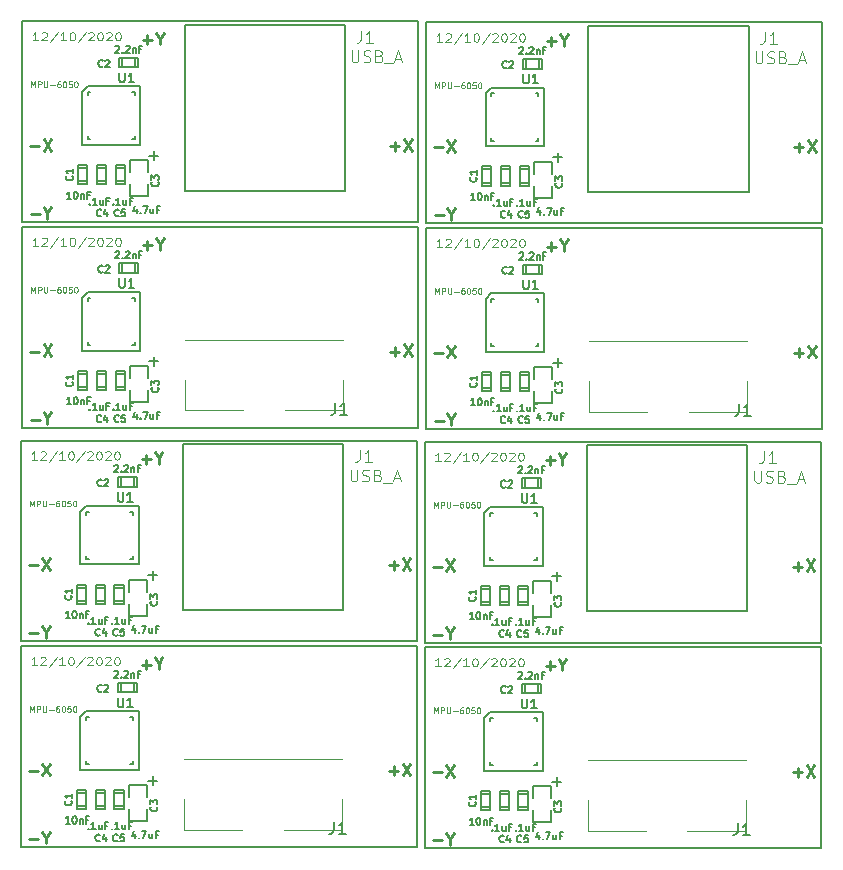
<source format=gto>
G04 #@! TF.GenerationSoftware,KiCad,Pcbnew,5.1.5-52549c5~86~ubuntu18.04.1*
G04 #@! TF.CreationDate,2020-12-11T21:21:52-08:00*
G04 #@! TF.ProjectId,accelgyro_mpu6050_d2r1_4x4,61636365-6c67-4797-926f-5f6d70753630,rev?*
G04 #@! TF.SameCoordinates,Original*
G04 #@! TF.FileFunction,Legend,Top*
G04 #@! TF.FilePolarity,Positive*
%FSLAX46Y46*%
G04 Gerber Fmt 4.6, Leading zero omitted, Abs format (unit mm)*
G04 Created by KiCad (PCBNEW 5.1.5-52549c5~86~ubuntu18.04.1) date 2020-12-11 21:21:52*
%MOMM*%
%LPD*%
G04 APERTURE LIST*
%ADD10C,0.250000*%
%ADD11C,0.200000*%
%ADD12C,0.125000*%
%ADD13C,0.127000*%
%ADD14C,0.149860*%
%ADD15C,0.200660*%
%ADD16C,0.120000*%
%ADD17C,0.150000*%
%ADD18C,0.099060*%
G04 APERTURE END LIST*
D10*
X170242857Y-138171428D02*
X171004761Y-138171428D01*
X171385714Y-137552380D02*
X172052380Y-138552380D01*
X172052380Y-137552380D02*
X171385714Y-138552380D01*
D11*
X169700000Y-109100000D02*
X203200000Y-109100000D01*
D12*
X170923809Y-129216666D02*
X170466666Y-129216666D01*
X170695238Y-129216666D02*
X170695238Y-128516666D01*
X170619047Y-128616666D01*
X170542857Y-128683333D01*
X170466666Y-128716666D01*
X171228571Y-128583333D02*
X171266666Y-128550000D01*
X171342857Y-128516666D01*
X171533333Y-128516666D01*
X171609523Y-128550000D01*
X171647619Y-128583333D01*
X171685714Y-128650000D01*
X171685714Y-128716666D01*
X171647619Y-128816666D01*
X171190476Y-129216666D01*
X171685714Y-129216666D01*
X172600000Y-128483333D02*
X171914285Y-129383333D01*
X173285714Y-129216666D02*
X172828571Y-129216666D01*
X173057142Y-129216666D02*
X173057142Y-128516666D01*
X172980952Y-128616666D01*
X172904761Y-128683333D01*
X172828571Y-128716666D01*
X173780952Y-128516666D02*
X173857142Y-128516666D01*
X173933333Y-128550000D01*
X173971428Y-128583333D01*
X174009523Y-128650000D01*
X174047619Y-128783333D01*
X174047619Y-128950000D01*
X174009523Y-129083333D01*
X173971428Y-129150000D01*
X173933333Y-129183333D01*
X173857142Y-129216666D01*
X173780952Y-129216666D01*
X173704761Y-129183333D01*
X173666666Y-129150000D01*
X173628571Y-129083333D01*
X173590476Y-128950000D01*
X173590476Y-128783333D01*
X173628571Y-128650000D01*
X173666666Y-128583333D01*
X173704761Y-128550000D01*
X173780952Y-128516666D01*
X174961904Y-128483333D02*
X174276190Y-129383333D01*
X175190476Y-128583333D02*
X175228571Y-128550000D01*
X175304761Y-128516666D01*
X175495238Y-128516666D01*
X175571428Y-128550000D01*
X175609523Y-128583333D01*
X175647619Y-128650000D01*
X175647619Y-128716666D01*
X175609523Y-128816666D01*
X175152380Y-129216666D01*
X175647619Y-129216666D01*
X176142857Y-128516666D02*
X176219047Y-128516666D01*
X176295238Y-128550000D01*
X176333333Y-128583333D01*
X176371428Y-128650000D01*
X176409523Y-128783333D01*
X176409523Y-128950000D01*
X176371428Y-129083333D01*
X176333333Y-129150000D01*
X176295238Y-129183333D01*
X176219047Y-129216666D01*
X176142857Y-129216666D01*
X176066666Y-129183333D01*
X176028571Y-129150000D01*
X175990476Y-129083333D01*
X175952380Y-128950000D01*
X175952380Y-128783333D01*
X175990476Y-128650000D01*
X176028571Y-128583333D01*
X176066666Y-128550000D01*
X176142857Y-128516666D01*
X176714285Y-128583333D02*
X176752380Y-128550000D01*
X176828571Y-128516666D01*
X177019047Y-128516666D01*
X177095238Y-128550000D01*
X177133333Y-128583333D01*
X177171428Y-128650000D01*
X177171428Y-128716666D01*
X177133333Y-128816666D01*
X176676190Y-129216666D01*
X177171428Y-129216666D01*
X177666666Y-128516666D02*
X177742857Y-128516666D01*
X177819047Y-128550000D01*
X177857142Y-128583333D01*
X177895238Y-128650000D01*
X177933333Y-128783333D01*
X177933333Y-128950000D01*
X177895238Y-129083333D01*
X177857142Y-129150000D01*
X177819047Y-129183333D01*
X177742857Y-129216666D01*
X177666666Y-129216666D01*
X177590476Y-129183333D01*
X177552380Y-129150000D01*
X177514285Y-129083333D01*
X177476190Y-128950000D01*
X177476190Y-128783333D01*
X177514285Y-128650000D01*
X177552380Y-128583333D01*
X177590476Y-128550000D01*
X177666666Y-128516666D01*
D10*
X200742857Y-155571428D02*
X201504761Y-155571428D01*
X201123809Y-155952380D02*
X201123809Y-155190476D01*
X201885714Y-154952380D02*
X202552380Y-155952380D01*
X202552380Y-154952380D02*
X201885714Y-155952380D01*
D11*
X203100000Y-145000000D02*
X169600000Y-145000000D01*
X203200000Y-126500000D02*
X203200000Y-109500000D01*
D10*
X200842857Y-120071428D02*
X201604761Y-120071428D01*
X201223809Y-120452380D02*
X201223809Y-119690476D01*
X201985714Y-119452380D02*
X202652380Y-120452380D01*
X202652380Y-119452380D02*
X201985714Y-120452380D01*
D11*
X169600000Y-145000000D02*
X169600000Y-162000000D01*
X203100000Y-144600000D02*
X203100000Y-127600000D01*
D10*
X179790476Y-129171428D02*
X180552380Y-129171428D01*
X180171428Y-129552380D02*
X180171428Y-128790476D01*
X181219047Y-129076190D02*
X181219047Y-129552380D01*
X180885714Y-128552380D02*
X181219047Y-129076190D01*
X181552380Y-128552380D01*
D11*
X169700000Y-92100000D02*
X169700000Y-109100000D01*
X203200000Y-109100000D02*
X203200000Y-92100000D01*
X203200000Y-92100000D02*
X169700000Y-92100000D01*
D10*
X179890476Y-111071428D02*
X180652380Y-111071428D01*
X180271428Y-111452380D02*
X180271428Y-110690476D01*
X181319047Y-110976190D02*
X181319047Y-111452380D01*
X180985714Y-110452380D02*
X181319047Y-110976190D01*
X181652380Y-110452380D01*
D11*
X203100000Y-127600000D02*
X169600000Y-127600000D01*
X169600000Y-127600000D02*
X169600000Y-144600000D01*
X169700000Y-109500000D02*
X169700000Y-126500000D01*
D10*
X170242857Y-155571428D02*
X171004761Y-155571428D01*
X171385714Y-154952380D02*
X172052380Y-155952380D01*
X172052380Y-154952380D02*
X171385714Y-155952380D01*
X170390476Y-108421428D02*
X171152380Y-108421428D01*
X171819047Y-108326190D02*
X171819047Y-108802380D01*
X171485714Y-107802380D02*
X171819047Y-108326190D01*
X172152380Y-107802380D01*
X170390476Y-125821428D02*
X171152380Y-125821428D01*
X171819047Y-125726190D02*
X171819047Y-126202380D01*
X171485714Y-125202380D02*
X171819047Y-125726190D01*
X172152380Y-125202380D01*
D11*
X203100000Y-162000000D02*
X203100000Y-145000000D01*
X169700000Y-126500000D02*
X203200000Y-126500000D01*
D10*
X170290476Y-143921428D02*
X171052380Y-143921428D01*
X171719047Y-143826190D02*
X171719047Y-144302380D01*
X171385714Y-143302380D02*
X171719047Y-143826190D01*
X172052380Y-143302380D01*
D11*
X169600000Y-162000000D02*
X203100000Y-162000000D01*
D12*
X170923809Y-146616666D02*
X170466666Y-146616666D01*
X170695238Y-146616666D02*
X170695238Y-145916666D01*
X170619047Y-146016666D01*
X170542857Y-146083333D01*
X170466666Y-146116666D01*
X171228571Y-145983333D02*
X171266666Y-145950000D01*
X171342857Y-145916666D01*
X171533333Y-145916666D01*
X171609523Y-145950000D01*
X171647619Y-145983333D01*
X171685714Y-146050000D01*
X171685714Y-146116666D01*
X171647619Y-146216666D01*
X171190476Y-146616666D01*
X171685714Y-146616666D01*
X172600000Y-145883333D02*
X171914285Y-146783333D01*
X173285714Y-146616666D02*
X172828571Y-146616666D01*
X173057142Y-146616666D02*
X173057142Y-145916666D01*
X172980952Y-146016666D01*
X172904761Y-146083333D01*
X172828571Y-146116666D01*
X173780952Y-145916666D02*
X173857142Y-145916666D01*
X173933333Y-145950000D01*
X173971428Y-145983333D01*
X174009523Y-146050000D01*
X174047619Y-146183333D01*
X174047619Y-146350000D01*
X174009523Y-146483333D01*
X173971428Y-146550000D01*
X173933333Y-146583333D01*
X173857142Y-146616666D01*
X173780952Y-146616666D01*
X173704761Y-146583333D01*
X173666666Y-146550000D01*
X173628571Y-146483333D01*
X173590476Y-146350000D01*
X173590476Y-146183333D01*
X173628571Y-146050000D01*
X173666666Y-145983333D01*
X173704761Y-145950000D01*
X173780952Y-145916666D01*
X174961904Y-145883333D02*
X174276190Y-146783333D01*
X175190476Y-145983333D02*
X175228571Y-145950000D01*
X175304761Y-145916666D01*
X175495238Y-145916666D01*
X175571428Y-145950000D01*
X175609523Y-145983333D01*
X175647619Y-146050000D01*
X175647619Y-146116666D01*
X175609523Y-146216666D01*
X175152380Y-146616666D01*
X175647619Y-146616666D01*
X176142857Y-145916666D02*
X176219047Y-145916666D01*
X176295238Y-145950000D01*
X176333333Y-145983333D01*
X176371428Y-146050000D01*
X176409523Y-146183333D01*
X176409523Y-146350000D01*
X176371428Y-146483333D01*
X176333333Y-146550000D01*
X176295238Y-146583333D01*
X176219047Y-146616666D01*
X176142857Y-146616666D01*
X176066666Y-146583333D01*
X176028571Y-146550000D01*
X175990476Y-146483333D01*
X175952380Y-146350000D01*
X175952380Y-146183333D01*
X175990476Y-146050000D01*
X176028571Y-145983333D01*
X176066666Y-145950000D01*
X176142857Y-145916666D01*
X176714285Y-145983333D02*
X176752380Y-145950000D01*
X176828571Y-145916666D01*
X177019047Y-145916666D01*
X177095238Y-145950000D01*
X177133333Y-145983333D01*
X177171428Y-146050000D01*
X177171428Y-146116666D01*
X177133333Y-146216666D01*
X176676190Y-146616666D01*
X177171428Y-146616666D01*
X177666666Y-145916666D02*
X177742857Y-145916666D01*
X177819047Y-145950000D01*
X177857142Y-145983333D01*
X177895238Y-146050000D01*
X177933333Y-146183333D01*
X177933333Y-146350000D01*
X177895238Y-146483333D01*
X177857142Y-146550000D01*
X177819047Y-146583333D01*
X177742857Y-146616666D01*
X177666666Y-146616666D01*
X177590476Y-146583333D01*
X177552380Y-146550000D01*
X177514285Y-146483333D01*
X177476190Y-146350000D01*
X177476190Y-146183333D01*
X177514285Y-146050000D01*
X177552380Y-145983333D01*
X177590476Y-145950000D01*
X177666666Y-145916666D01*
D10*
X170290476Y-161321428D02*
X171052380Y-161321428D01*
X171719047Y-161226190D02*
X171719047Y-161702380D01*
X171385714Y-160702380D02*
X171719047Y-161226190D01*
X172052380Y-160702380D01*
D12*
X171023809Y-111116666D02*
X170566666Y-111116666D01*
X170795238Y-111116666D02*
X170795238Y-110416666D01*
X170719047Y-110516666D01*
X170642857Y-110583333D01*
X170566666Y-110616666D01*
X171328571Y-110483333D02*
X171366666Y-110450000D01*
X171442857Y-110416666D01*
X171633333Y-110416666D01*
X171709523Y-110450000D01*
X171747619Y-110483333D01*
X171785714Y-110550000D01*
X171785714Y-110616666D01*
X171747619Y-110716666D01*
X171290476Y-111116666D01*
X171785714Y-111116666D01*
X172700000Y-110383333D02*
X172014285Y-111283333D01*
X173385714Y-111116666D02*
X172928571Y-111116666D01*
X173157142Y-111116666D02*
X173157142Y-110416666D01*
X173080952Y-110516666D01*
X173004761Y-110583333D01*
X172928571Y-110616666D01*
X173880952Y-110416666D02*
X173957142Y-110416666D01*
X174033333Y-110450000D01*
X174071428Y-110483333D01*
X174109523Y-110550000D01*
X174147619Y-110683333D01*
X174147619Y-110850000D01*
X174109523Y-110983333D01*
X174071428Y-111050000D01*
X174033333Y-111083333D01*
X173957142Y-111116666D01*
X173880952Y-111116666D01*
X173804761Y-111083333D01*
X173766666Y-111050000D01*
X173728571Y-110983333D01*
X173690476Y-110850000D01*
X173690476Y-110683333D01*
X173728571Y-110550000D01*
X173766666Y-110483333D01*
X173804761Y-110450000D01*
X173880952Y-110416666D01*
X175061904Y-110383333D02*
X174376190Y-111283333D01*
X175290476Y-110483333D02*
X175328571Y-110450000D01*
X175404761Y-110416666D01*
X175595238Y-110416666D01*
X175671428Y-110450000D01*
X175709523Y-110483333D01*
X175747619Y-110550000D01*
X175747619Y-110616666D01*
X175709523Y-110716666D01*
X175252380Y-111116666D01*
X175747619Y-111116666D01*
X176242857Y-110416666D02*
X176319047Y-110416666D01*
X176395238Y-110450000D01*
X176433333Y-110483333D01*
X176471428Y-110550000D01*
X176509523Y-110683333D01*
X176509523Y-110850000D01*
X176471428Y-110983333D01*
X176433333Y-111050000D01*
X176395238Y-111083333D01*
X176319047Y-111116666D01*
X176242857Y-111116666D01*
X176166666Y-111083333D01*
X176128571Y-111050000D01*
X176090476Y-110983333D01*
X176052380Y-110850000D01*
X176052380Y-110683333D01*
X176090476Y-110550000D01*
X176128571Y-110483333D01*
X176166666Y-110450000D01*
X176242857Y-110416666D01*
X176814285Y-110483333D02*
X176852380Y-110450000D01*
X176928571Y-110416666D01*
X177119047Y-110416666D01*
X177195238Y-110450000D01*
X177233333Y-110483333D01*
X177271428Y-110550000D01*
X177271428Y-110616666D01*
X177233333Y-110716666D01*
X176776190Y-111116666D01*
X177271428Y-111116666D01*
X177766666Y-110416666D02*
X177842857Y-110416666D01*
X177919047Y-110450000D01*
X177957142Y-110483333D01*
X177995238Y-110550000D01*
X178033333Y-110683333D01*
X178033333Y-110850000D01*
X177995238Y-110983333D01*
X177957142Y-111050000D01*
X177919047Y-111083333D01*
X177842857Y-111116666D01*
X177766666Y-111116666D01*
X177690476Y-111083333D01*
X177652380Y-111050000D01*
X177614285Y-110983333D01*
X177576190Y-110850000D01*
X177576190Y-110683333D01*
X177614285Y-110550000D01*
X177652380Y-110483333D01*
X177690476Y-110450000D01*
X177766666Y-110416666D01*
D11*
X203200000Y-109500000D02*
X169700000Y-109500000D01*
D10*
X200742857Y-138171428D02*
X201504761Y-138171428D01*
X201123809Y-138552380D02*
X201123809Y-137790476D01*
X201885714Y-137552380D02*
X202552380Y-138552380D01*
X202552380Y-137552380D02*
X201885714Y-138552380D01*
X170342857Y-120071428D02*
X171104761Y-120071428D01*
X171485714Y-119452380D02*
X172152380Y-120452380D01*
X172152380Y-119452380D02*
X171485714Y-120452380D01*
D12*
X171023809Y-93716666D02*
X170566666Y-93716666D01*
X170795238Y-93716666D02*
X170795238Y-93016666D01*
X170719047Y-93116666D01*
X170642857Y-93183333D01*
X170566666Y-93216666D01*
X171328571Y-93083333D02*
X171366666Y-93050000D01*
X171442857Y-93016666D01*
X171633333Y-93016666D01*
X171709523Y-93050000D01*
X171747619Y-93083333D01*
X171785714Y-93150000D01*
X171785714Y-93216666D01*
X171747619Y-93316666D01*
X171290476Y-93716666D01*
X171785714Y-93716666D01*
X172700000Y-92983333D02*
X172014285Y-93883333D01*
X173385714Y-93716666D02*
X172928571Y-93716666D01*
X173157142Y-93716666D02*
X173157142Y-93016666D01*
X173080952Y-93116666D01*
X173004761Y-93183333D01*
X172928571Y-93216666D01*
X173880952Y-93016666D02*
X173957142Y-93016666D01*
X174033333Y-93050000D01*
X174071428Y-93083333D01*
X174109523Y-93150000D01*
X174147619Y-93283333D01*
X174147619Y-93450000D01*
X174109523Y-93583333D01*
X174071428Y-93650000D01*
X174033333Y-93683333D01*
X173957142Y-93716666D01*
X173880952Y-93716666D01*
X173804761Y-93683333D01*
X173766666Y-93650000D01*
X173728571Y-93583333D01*
X173690476Y-93450000D01*
X173690476Y-93283333D01*
X173728571Y-93150000D01*
X173766666Y-93083333D01*
X173804761Y-93050000D01*
X173880952Y-93016666D01*
X175061904Y-92983333D02*
X174376190Y-93883333D01*
X175290476Y-93083333D02*
X175328571Y-93050000D01*
X175404761Y-93016666D01*
X175595238Y-93016666D01*
X175671428Y-93050000D01*
X175709523Y-93083333D01*
X175747619Y-93150000D01*
X175747619Y-93216666D01*
X175709523Y-93316666D01*
X175252380Y-93716666D01*
X175747619Y-93716666D01*
X176242857Y-93016666D02*
X176319047Y-93016666D01*
X176395238Y-93050000D01*
X176433333Y-93083333D01*
X176471428Y-93150000D01*
X176509523Y-93283333D01*
X176509523Y-93450000D01*
X176471428Y-93583333D01*
X176433333Y-93650000D01*
X176395238Y-93683333D01*
X176319047Y-93716666D01*
X176242857Y-93716666D01*
X176166666Y-93683333D01*
X176128571Y-93650000D01*
X176090476Y-93583333D01*
X176052380Y-93450000D01*
X176052380Y-93283333D01*
X176090476Y-93150000D01*
X176128571Y-93083333D01*
X176166666Y-93050000D01*
X176242857Y-93016666D01*
X176814285Y-93083333D02*
X176852380Y-93050000D01*
X176928571Y-93016666D01*
X177119047Y-93016666D01*
X177195238Y-93050000D01*
X177233333Y-93083333D01*
X177271428Y-93150000D01*
X177271428Y-93216666D01*
X177233333Y-93316666D01*
X176776190Y-93716666D01*
X177271428Y-93716666D01*
X177766666Y-93016666D02*
X177842857Y-93016666D01*
X177919047Y-93050000D01*
X177957142Y-93083333D01*
X177995238Y-93150000D01*
X178033333Y-93283333D01*
X178033333Y-93450000D01*
X177995238Y-93583333D01*
X177957142Y-93650000D01*
X177919047Y-93683333D01*
X177842857Y-93716666D01*
X177766666Y-93716666D01*
X177690476Y-93683333D01*
X177652380Y-93650000D01*
X177614285Y-93583333D01*
X177576190Y-93450000D01*
X177576190Y-93283333D01*
X177614285Y-93150000D01*
X177652380Y-93083333D01*
X177690476Y-93050000D01*
X177766666Y-93016666D01*
D10*
X179890476Y-93671428D02*
X180652380Y-93671428D01*
X180271428Y-94052380D02*
X180271428Y-93290476D01*
X181319047Y-93576190D02*
X181319047Y-94052380D01*
X180985714Y-93052380D02*
X181319047Y-93576190D01*
X181652380Y-93052380D01*
D11*
X169600000Y-144600000D02*
X203100000Y-144600000D01*
D10*
X179790476Y-146571428D02*
X180552380Y-146571428D01*
X180171428Y-146952380D02*
X180171428Y-146190476D01*
X181219047Y-146476190D02*
X181219047Y-146952380D01*
X180885714Y-145952380D02*
X181219047Y-146476190D01*
X181552380Y-145952380D01*
X200842857Y-102671428D02*
X201604761Y-102671428D01*
X201223809Y-103052380D02*
X201223809Y-102290476D01*
X201985714Y-102052380D02*
X202652380Y-103052380D01*
X202652380Y-102052380D02*
X201985714Y-103052380D01*
X170342857Y-102671428D02*
X171104761Y-102671428D01*
X171485714Y-102052380D02*
X172152380Y-103052380D01*
X172152380Y-102052380D02*
X171485714Y-103052380D01*
D11*
X135400000Y-144500000D02*
X168900000Y-144500000D01*
X168900000Y-161900000D02*
X168900000Y-144900000D01*
D10*
X166542857Y-155471428D02*
X167304761Y-155471428D01*
X166923809Y-155852380D02*
X166923809Y-155090476D01*
X167685714Y-154852380D02*
X168352380Y-155852380D01*
X168352380Y-154852380D02*
X167685714Y-155852380D01*
D11*
X135400000Y-127500000D02*
X135400000Y-144500000D01*
X168900000Y-144500000D02*
X168900000Y-127500000D01*
X168900000Y-127500000D02*
X135400000Y-127500000D01*
D10*
X145590476Y-146471428D02*
X146352380Y-146471428D01*
X145971428Y-146852380D02*
X145971428Y-146090476D01*
X147019047Y-146376190D02*
X147019047Y-146852380D01*
X146685714Y-145852380D02*
X147019047Y-146376190D01*
X147352380Y-145852380D01*
D11*
X135400000Y-144900000D02*
X135400000Y-161900000D01*
D10*
X136090476Y-143821428D02*
X136852380Y-143821428D01*
X137519047Y-143726190D02*
X137519047Y-144202380D01*
X137185714Y-143202380D02*
X137519047Y-143726190D01*
X137852380Y-143202380D01*
X136090476Y-161221428D02*
X136852380Y-161221428D01*
X137519047Y-161126190D02*
X137519047Y-161602380D01*
X137185714Y-160602380D02*
X137519047Y-161126190D01*
X137852380Y-160602380D01*
D11*
X135400000Y-161900000D02*
X168900000Y-161900000D01*
D12*
X136723809Y-146516666D02*
X136266666Y-146516666D01*
X136495238Y-146516666D02*
X136495238Y-145816666D01*
X136419047Y-145916666D01*
X136342857Y-145983333D01*
X136266666Y-146016666D01*
X137028571Y-145883333D02*
X137066666Y-145850000D01*
X137142857Y-145816666D01*
X137333333Y-145816666D01*
X137409523Y-145850000D01*
X137447619Y-145883333D01*
X137485714Y-145950000D01*
X137485714Y-146016666D01*
X137447619Y-146116666D01*
X136990476Y-146516666D01*
X137485714Y-146516666D01*
X138400000Y-145783333D02*
X137714285Y-146683333D01*
X139085714Y-146516666D02*
X138628571Y-146516666D01*
X138857142Y-146516666D02*
X138857142Y-145816666D01*
X138780952Y-145916666D01*
X138704761Y-145983333D01*
X138628571Y-146016666D01*
X139580952Y-145816666D02*
X139657142Y-145816666D01*
X139733333Y-145850000D01*
X139771428Y-145883333D01*
X139809523Y-145950000D01*
X139847619Y-146083333D01*
X139847619Y-146250000D01*
X139809523Y-146383333D01*
X139771428Y-146450000D01*
X139733333Y-146483333D01*
X139657142Y-146516666D01*
X139580952Y-146516666D01*
X139504761Y-146483333D01*
X139466666Y-146450000D01*
X139428571Y-146383333D01*
X139390476Y-146250000D01*
X139390476Y-146083333D01*
X139428571Y-145950000D01*
X139466666Y-145883333D01*
X139504761Y-145850000D01*
X139580952Y-145816666D01*
X140761904Y-145783333D02*
X140076190Y-146683333D01*
X140990476Y-145883333D02*
X141028571Y-145850000D01*
X141104761Y-145816666D01*
X141295238Y-145816666D01*
X141371428Y-145850000D01*
X141409523Y-145883333D01*
X141447619Y-145950000D01*
X141447619Y-146016666D01*
X141409523Y-146116666D01*
X140952380Y-146516666D01*
X141447619Y-146516666D01*
X141942857Y-145816666D02*
X142019047Y-145816666D01*
X142095238Y-145850000D01*
X142133333Y-145883333D01*
X142171428Y-145950000D01*
X142209523Y-146083333D01*
X142209523Y-146250000D01*
X142171428Y-146383333D01*
X142133333Y-146450000D01*
X142095238Y-146483333D01*
X142019047Y-146516666D01*
X141942857Y-146516666D01*
X141866666Y-146483333D01*
X141828571Y-146450000D01*
X141790476Y-146383333D01*
X141752380Y-146250000D01*
X141752380Y-146083333D01*
X141790476Y-145950000D01*
X141828571Y-145883333D01*
X141866666Y-145850000D01*
X141942857Y-145816666D01*
X142514285Y-145883333D02*
X142552380Y-145850000D01*
X142628571Y-145816666D01*
X142819047Y-145816666D01*
X142895238Y-145850000D01*
X142933333Y-145883333D01*
X142971428Y-145950000D01*
X142971428Y-146016666D01*
X142933333Y-146116666D01*
X142476190Y-146516666D01*
X142971428Y-146516666D01*
X143466666Y-145816666D02*
X143542857Y-145816666D01*
X143619047Y-145850000D01*
X143657142Y-145883333D01*
X143695238Y-145950000D01*
X143733333Y-146083333D01*
X143733333Y-146250000D01*
X143695238Y-146383333D01*
X143657142Y-146450000D01*
X143619047Y-146483333D01*
X143542857Y-146516666D01*
X143466666Y-146516666D01*
X143390476Y-146483333D01*
X143352380Y-146450000D01*
X143314285Y-146383333D01*
X143276190Y-146250000D01*
X143276190Y-146083333D01*
X143314285Y-145950000D01*
X143352380Y-145883333D01*
X143390476Y-145850000D01*
X143466666Y-145816666D01*
D11*
X168900000Y-144900000D02*
X135400000Y-144900000D01*
D10*
X136042857Y-155471428D02*
X136804761Y-155471428D01*
X137185714Y-154852380D02*
X137852380Y-155852380D01*
X137852380Y-154852380D02*
X137185714Y-155852380D01*
D12*
X136723809Y-129116666D02*
X136266666Y-129116666D01*
X136495238Y-129116666D02*
X136495238Y-128416666D01*
X136419047Y-128516666D01*
X136342857Y-128583333D01*
X136266666Y-128616666D01*
X137028571Y-128483333D02*
X137066666Y-128450000D01*
X137142857Y-128416666D01*
X137333333Y-128416666D01*
X137409523Y-128450000D01*
X137447619Y-128483333D01*
X137485714Y-128550000D01*
X137485714Y-128616666D01*
X137447619Y-128716666D01*
X136990476Y-129116666D01*
X137485714Y-129116666D01*
X138400000Y-128383333D02*
X137714285Y-129283333D01*
X139085714Y-129116666D02*
X138628571Y-129116666D01*
X138857142Y-129116666D02*
X138857142Y-128416666D01*
X138780952Y-128516666D01*
X138704761Y-128583333D01*
X138628571Y-128616666D01*
X139580952Y-128416666D02*
X139657142Y-128416666D01*
X139733333Y-128450000D01*
X139771428Y-128483333D01*
X139809523Y-128550000D01*
X139847619Y-128683333D01*
X139847619Y-128850000D01*
X139809523Y-128983333D01*
X139771428Y-129050000D01*
X139733333Y-129083333D01*
X139657142Y-129116666D01*
X139580952Y-129116666D01*
X139504761Y-129083333D01*
X139466666Y-129050000D01*
X139428571Y-128983333D01*
X139390476Y-128850000D01*
X139390476Y-128683333D01*
X139428571Y-128550000D01*
X139466666Y-128483333D01*
X139504761Y-128450000D01*
X139580952Y-128416666D01*
X140761904Y-128383333D02*
X140076190Y-129283333D01*
X140990476Y-128483333D02*
X141028571Y-128450000D01*
X141104761Y-128416666D01*
X141295238Y-128416666D01*
X141371428Y-128450000D01*
X141409523Y-128483333D01*
X141447619Y-128550000D01*
X141447619Y-128616666D01*
X141409523Y-128716666D01*
X140952380Y-129116666D01*
X141447619Y-129116666D01*
X141942857Y-128416666D02*
X142019047Y-128416666D01*
X142095238Y-128450000D01*
X142133333Y-128483333D01*
X142171428Y-128550000D01*
X142209523Y-128683333D01*
X142209523Y-128850000D01*
X142171428Y-128983333D01*
X142133333Y-129050000D01*
X142095238Y-129083333D01*
X142019047Y-129116666D01*
X141942857Y-129116666D01*
X141866666Y-129083333D01*
X141828571Y-129050000D01*
X141790476Y-128983333D01*
X141752380Y-128850000D01*
X141752380Y-128683333D01*
X141790476Y-128550000D01*
X141828571Y-128483333D01*
X141866666Y-128450000D01*
X141942857Y-128416666D01*
X142514285Y-128483333D02*
X142552380Y-128450000D01*
X142628571Y-128416666D01*
X142819047Y-128416666D01*
X142895238Y-128450000D01*
X142933333Y-128483333D01*
X142971428Y-128550000D01*
X142971428Y-128616666D01*
X142933333Y-128716666D01*
X142476190Y-129116666D01*
X142971428Y-129116666D01*
X143466666Y-128416666D02*
X143542857Y-128416666D01*
X143619047Y-128450000D01*
X143657142Y-128483333D01*
X143695238Y-128550000D01*
X143733333Y-128683333D01*
X143733333Y-128850000D01*
X143695238Y-128983333D01*
X143657142Y-129050000D01*
X143619047Y-129083333D01*
X143542857Y-129116666D01*
X143466666Y-129116666D01*
X143390476Y-129083333D01*
X143352380Y-129050000D01*
X143314285Y-128983333D01*
X143276190Y-128850000D01*
X143276190Y-128683333D01*
X143314285Y-128550000D01*
X143352380Y-128483333D01*
X143390476Y-128450000D01*
X143466666Y-128416666D01*
D10*
X145590476Y-129071428D02*
X146352380Y-129071428D01*
X145971428Y-129452380D02*
X145971428Y-128690476D01*
X147019047Y-128976190D02*
X147019047Y-129452380D01*
X146685714Y-128452380D02*
X147019047Y-128976190D01*
X147352380Y-128452380D01*
X166542857Y-138071428D02*
X167304761Y-138071428D01*
X166923809Y-138452380D02*
X166923809Y-137690476D01*
X167685714Y-137452380D02*
X168352380Y-138452380D01*
X168352380Y-137452380D02*
X167685714Y-138452380D01*
X136042857Y-138071428D02*
X136804761Y-138071428D01*
X137185714Y-137452380D02*
X137852380Y-138452380D01*
X137852380Y-137452380D02*
X137185714Y-138452380D01*
X145690476Y-93571428D02*
X146452380Y-93571428D01*
X146071428Y-93952380D02*
X146071428Y-93190476D01*
X147119047Y-93476190D02*
X147119047Y-93952380D01*
X146785714Y-92952380D02*
X147119047Y-93476190D01*
X147452380Y-92952380D01*
D11*
X169000000Y-92000000D02*
X135500000Y-92000000D01*
X169000000Y-109000000D02*
X169000000Y-92000000D01*
X135500000Y-109000000D02*
X169000000Y-109000000D01*
X135500000Y-92000000D02*
X135500000Y-109000000D01*
D12*
X136823809Y-93616666D02*
X136366666Y-93616666D01*
X136595238Y-93616666D02*
X136595238Y-92916666D01*
X136519047Y-93016666D01*
X136442857Y-93083333D01*
X136366666Y-93116666D01*
X137128571Y-92983333D02*
X137166666Y-92950000D01*
X137242857Y-92916666D01*
X137433333Y-92916666D01*
X137509523Y-92950000D01*
X137547619Y-92983333D01*
X137585714Y-93050000D01*
X137585714Y-93116666D01*
X137547619Y-93216666D01*
X137090476Y-93616666D01*
X137585714Y-93616666D01*
X138500000Y-92883333D02*
X137814285Y-93783333D01*
X139185714Y-93616666D02*
X138728571Y-93616666D01*
X138957142Y-93616666D02*
X138957142Y-92916666D01*
X138880952Y-93016666D01*
X138804761Y-93083333D01*
X138728571Y-93116666D01*
X139680952Y-92916666D02*
X139757142Y-92916666D01*
X139833333Y-92950000D01*
X139871428Y-92983333D01*
X139909523Y-93050000D01*
X139947619Y-93183333D01*
X139947619Y-93350000D01*
X139909523Y-93483333D01*
X139871428Y-93550000D01*
X139833333Y-93583333D01*
X139757142Y-93616666D01*
X139680952Y-93616666D01*
X139604761Y-93583333D01*
X139566666Y-93550000D01*
X139528571Y-93483333D01*
X139490476Y-93350000D01*
X139490476Y-93183333D01*
X139528571Y-93050000D01*
X139566666Y-92983333D01*
X139604761Y-92950000D01*
X139680952Y-92916666D01*
X140861904Y-92883333D02*
X140176190Y-93783333D01*
X141090476Y-92983333D02*
X141128571Y-92950000D01*
X141204761Y-92916666D01*
X141395238Y-92916666D01*
X141471428Y-92950000D01*
X141509523Y-92983333D01*
X141547619Y-93050000D01*
X141547619Y-93116666D01*
X141509523Y-93216666D01*
X141052380Y-93616666D01*
X141547619Y-93616666D01*
X142042857Y-92916666D02*
X142119047Y-92916666D01*
X142195238Y-92950000D01*
X142233333Y-92983333D01*
X142271428Y-93050000D01*
X142309523Y-93183333D01*
X142309523Y-93350000D01*
X142271428Y-93483333D01*
X142233333Y-93550000D01*
X142195238Y-93583333D01*
X142119047Y-93616666D01*
X142042857Y-93616666D01*
X141966666Y-93583333D01*
X141928571Y-93550000D01*
X141890476Y-93483333D01*
X141852380Y-93350000D01*
X141852380Y-93183333D01*
X141890476Y-93050000D01*
X141928571Y-92983333D01*
X141966666Y-92950000D01*
X142042857Y-92916666D01*
X142614285Y-92983333D02*
X142652380Y-92950000D01*
X142728571Y-92916666D01*
X142919047Y-92916666D01*
X142995238Y-92950000D01*
X143033333Y-92983333D01*
X143071428Y-93050000D01*
X143071428Y-93116666D01*
X143033333Y-93216666D01*
X142576190Y-93616666D01*
X143071428Y-93616666D01*
X143566666Y-92916666D02*
X143642857Y-92916666D01*
X143719047Y-92950000D01*
X143757142Y-92983333D01*
X143795238Y-93050000D01*
X143833333Y-93183333D01*
X143833333Y-93350000D01*
X143795238Y-93483333D01*
X143757142Y-93550000D01*
X143719047Y-93583333D01*
X143642857Y-93616666D01*
X143566666Y-93616666D01*
X143490476Y-93583333D01*
X143452380Y-93550000D01*
X143414285Y-93483333D01*
X143376190Y-93350000D01*
X143376190Y-93183333D01*
X143414285Y-93050000D01*
X143452380Y-92983333D01*
X143490476Y-92950000D01*
X143566666Y-92916666D01*
D10*
X136142857Y-102571428D02*
X136904761Y-102571428D01*
X137285714Y-101952380D02*
X137952380Y-102952380D01*
X137952380Y-101952380D02*
X137285714Y-102952380D01*
X166642857Y-102571428D02*
X167404761Y-102571428D01*
X167023809Y-102952380D02*
X167023809Y-102190476D01*
X167785714Y-101952380D02*
X168452380Y-102952380D01*
X168452380Y-101952380D02*
X167785714Y-102952380D01*
X136190476Y-108321428D02*
X136952380Y-108321428D01*
X137619047Y-108226190D02*
X137619047Y-108702380D01*
X137285714Y-107702380D02*
X137619047Y-108226190D01*
X137952380Y-107702380D01*
X145690476Y-110971428D02*
X146452380Y-110971428D01*
X146071428Y-111352380D02*
X146071428Y-110590476D01*
X147119047Y-110876190D02*
X147119047Y-111352380D01*
X146785714Y-110352380D02*
X147119047Y-110876190D01*
X147452380Y-110352380D01*
D11*
X169000000Y-109400000D02*
X135500000Y-109400000D01*
X169000000Y-126400000D02*
X169000000Y-109400000D01*
X135500000Y-126400000D02*
X169000000Y-126400000D01*
X135500000Y-109400000D02*
X135500000Y-126400000D01*
D12*
X136823809Y-111016666D02*
X136366666Y-111016666D01*
X136595238Y-111016666D02*
X136595238Y-110316666D01*
X136519047Y-110416666D01*
X136442857Y-110483333D01*
X136366666Y-110516666D01*
X137128571Y-110383333D02*
X137166666Y-110350000D01*
X137242857Y-110316666D01*
X137433333Y-110316666D01*
X137509523Y-110350000D01*
X137547619Y-110383333D01*
X137585714Y-110450000D01*
X137585714Y-110516666D01*
X137547619Y-110616666D01*
X137090476Y-111016666D01*
X137585714Y-111016666D01*
X138500000Y-110283333D02*
X137814285Y-111183333D01*
X139185714Y-111016666D02*
X138728571Y-111016666D01*
X138957142Y-111016666D02*
X138957142Y-110316666D01*
X138880952Y-110416666D01*
X138804761Y-110483333D01*
X138728571Y-110516666D01*
X139680952Y-110316666D02*
X139757142Y-110316666D01*
X139833333Y-110350000D01*
X139871428Y-110383333D01*
X139909523Y-110450000D01*
X139947619Y-110583333D01*
X139947619Y-110750000D01*
X139909523Y-110883333D01*
X139871428Y-110950000D01*
X139833333Y-110983333D01*
X139757142Y-111016666D01*
X139680952Y-111016666D01*
X139604761Y-110983333D01*
X139566666Y-110950000D01*
X139528571Y-110883333D01*
X139490476Y-110750000D01*
X139490476Y-110583333D01*
X139528571Y-110450000D01*
X139566666Y-110383333D01*
X139604761Y-110350000D01*
X139680952Y-110316666D01*
X140861904Y-110283333D02*
X140176190Y-111183333D01*
X141090476Y-110383333D02*
X141128571Y-110350000D01*
X141204761Y-110316666D01*
X141395238Y-110316666D01*
X141471428Y-110350000D01*
X141509523Y-110383333D01*
X141547619Y-110450000D01*
X141547619Y-110516666D01*
X141509523Y-110616666D01*
X141052380Y-111016666D01*
X141547619Y-111016666D01*
X142042857Y-110316666D02*
X142119047Y-110316666D01*
X142195238Y-110350000D01*
X142233333Y-110383333D01*
X142271428Y-110450000D01*
X142309523Y-110583333D01*
X142309523Y-110750000D01*
X142271428Y-110883333D01*
X142233333Y-110950000D01*
X142195238Y-110983333D01*
X142119047Y-111016666D01*
X142042857Y-111016666D01*
X141966666Y-110983333D01*
X141928571Y-110950000D01*
X141890476Y-110883333D01*
X141852380Y-110750000D01*
X141852380Y-110583333D01*
X141890476Y-110450000D01*
X141928571Y-110383333D01*
X141966666Y-110350000D01*
X142042857Y-110316666D01*
X142614285Y-110383333D02*
X142652380Y-110350000D01*
X142728571Y-110316666D01*
X142919047Y-110316666D01*
X142995238Y-110350000D01*
X143033333Y-110383333D01*
X143071428Y-110450000D01*
X143071428Y-110516666D01*
X143033333Y-110616666D01*
X142576190Y-111016666D01*
X143071428Y-111016666D01*
X143566666Y-110316666D02*
X143642857Y-110316666D01*
X143719047Y-110350000D01*
X143757142Y-110383333D01*
X143795238Y-110450000D01*
X143833333Y-110583333D01*
X143833333Y-110750000D01*
X143795238Y-110883333D01*
X143757142Y-110950000D01*
X143719047Y-110983333D01*
X143642857Y-111016666D01*
X143566666Y-111016666D01*
X143490476Y-110983333D01*
X143452380Y-110950000D01*
X143414285Y-110883333D01*
X143376190Y-110750000D01*
X143376190Y-110583333D01*
X143414285Y-110450000D01*
X143452380Y-110383333D01*
X143490476Y-110350000D01*
X143566666Y-110316666D01*
D10*
X136142857Y-119971428D02*
X136904761Y-119971428D01*
X137285714Y-119352380D02*
X137952380Y-120352380D01*
X137952380Y-119352380D02*
X137285714Y-120352380D01*
X166642857Y-119971428D02*
X167404761Y-119971428D01*
X167023809Y-120352380D02*
X167023809Y-119590476D01*
X167785714Y-119352380D02*
X168452380Y-120352380D01*
X168452380Y-119352380D02*
X167785714Y-120352380D01*
X136190476Y-125721428D02*
X136952380Y-125721428D01*
X137619047Y-125626190D02*
X137619047Y-126102380D01*
X137285714Y-125102380D02*
X137619047Y-125626190D01*
X137952380Y-125102380D01*
D13*
X175993600Y-121687200D02*
X176806400Y-121687200D01*
X175993600Y-123312800D02*
X175993600Y-121687200D01*
X176806400Y-123312800D02*
X175993600Y-123312800D01*
X176806400Y-121687200D02*
X176806400Y-123312800D01*
X176781000Y-121941200D02*
X175993600Y-121941200D01*
X175993600Y-123058800D02*
X176806400Y-123058800D01*
X175993600Y-104287200D02*
X176806400Y-104287200D01*
X175993600Y-105912800D02*
X175993600Y-104287200D01*
X176806400Y-105912800D02*
X175993600Y-105912800D01*
X176806400Y-104287200D02*
X176806400Y-105912800D01*
X176781000Y-104541200D02*
X175993600Y-104541200D01*
X175993600Y-105658800D02*
X176806400Y-105658800D01*
X178838000Y-106924000D02*
X178838000Y-105908000D01*
X180362000Y-106924000D02*
X178838000Y-106924000D01*
X180362000Y-105908000D02*
X180362000Y-106924000D01*
X180362000Y-103876000D02*
X180362000Y-104892000D01*
X178838000Y-103876000D02*
X180362000Y-103876000D01*
X178838000Y-104892000D02*
X178838000Y-103876000D01*
D14*
X179689200Y-97610800D02*
X179689200Y-102589200D01*
X179689200Y-102589200D02*
X174710800Y-102589200D01*
D15*
X179191360Y-98108640D02*
X179191360Y-98357560D01*
X178942440Y-98108640D02*
X179191360Y-98108640D01*
X179191360Y-102091360D02*
X178942440Y-102091360D01*
X179191360Y-101842440D02*
X179191360Y-102091360D01*
X175208640Y-102091360D02*
X175208640Y-101842440D01*
X175457560Y-102091360D02*
X175208640Y-102091360D01*
X175208640Y-98108640D02*
X175457560Y-98108640D01*
X175208640Y-98357560D02*
X175208640Y-98108640D01*
D14*
X174710800Y-98108640D02*
X175208640Y-97610800D01*
X174710800Y-98108640D02*
X174710800Y-102589200D01*
X175208640Y-97610800D02*
X179689200Y-97610800D01*
D13*
X177493600Y-158558800D02*
X178306400Y-158558800D01*
X178281000Y-157441200D02*
X177493600Y-157441200D01*
X178306400Y-157187200D02*
X178306400Y-158812800D01*
X178306400Y-158812800D02*
X177493600Y-158812800D01*
X177493600Y-158812800D02*
X177493600Y-157187200D01*
X177493600Y-157187200D02*
X178306400Y-157187200D01*
X179158800Y-148906400D02*
X179158800Y-148093600D01*
X178041200Y-148119000D02*
X178041200Y-148906400D01*
X177787200Y-148093600D02*
X179412800Y-148093600D01*
X179412800Y-148093600D02*
X179412800Y-148906400D01*
X179412800Y-148906400D02*
X177787200Y-148906400D01*
X177787200Y-148906400D02*
X177787200Y-148093600D01*
X178738000Y-140392000D02*
X178738000Y-139376000D01*
X178738000Y-139376000D02*
X180262000Y-139376000D01*
X180262000Y-139376000D02*
X180262000Y-140392000D01*
X180262000Y-141408000D02*
X180262000Y-142424000D01*
X180262000Y-142424000D02*
X178738000Y-142424000D01*
X178738000Y-142424000D02*
X178738000Y-141408000D01*
D16*
X196756000Y-160548000D02*
X191806000Y-160548000D01*
X196756000Y-160548000D02*
X196756000Y-157948000D01*
X183356000Y-160548000D02*
X183356000Y-157948000D01*
X183356000Y-160548000D02*
X188306000Y-160548000D01*
X183356000Y-154548000D02*
X196756000Y-154548000D01*
D13*
X175893600Y-158558800D02*
X176706400Y-158558800D01*
X176681000Y-157441200D02*
X175893600Y-157441200D01*
X176706400Y-157187200D02*
X176706400Y-158812800D01*
X176706400Y-158812800D02*
X175893600Y-158812800D01*
X175893600Y-158812800D02*
X175893600Y-157187200D01*
X175893600Y-157187200D02*
X176706400Y-157187200D01*
X178838000Y-124324000D02*
X178838000Y-123308000D01*
X180362000Y-124324000D02*
X178838000Y-124324000D01*
X180362000Y-123308000D02*
X180362000Y-124324000D01*
X180362000Y-121276000D02*
X180362000Y-122292000D01*
X178838000Y-121276000D02*
X180362000Y-121276000D01*
X178838000Y-122292000D02*
X178838000Y-121276000D01*
X177887200Y-113406400D02*
X177887200Y-112593600D01*
X179512800Y-113406400D02*
X177887200Y-113406400D01*
X179512800Y-112593600D02*
X179512800Y-113406400D01*
X177887200Y-112593600D02*
X179512800Y-112593600D01*
X178141200Y-112619000D02*
X178141200Y-113406400D01*
X179258800Y-113406400D02*
X179258800Y-112593600D01*
X174393600Y-121687200D02*
X175206400Y-121687200D01*
X174393600Y-123312800D02*
X174393600Y-121687200D01*
X175206400Y-123312800D02*
X174393600Y-123312800D01*
X175206400Y-121687200D02*
X175206400Y-123312800D01*
X175181000Y-121941200D02*
X174393600Y-121941200D01*
X174393600Y-123058800D02*
X175206400Y-123058800D01*
X196975000Y-106430000D02*
X196975000Y-92370000D01*
X183425000Y-92370000D02*
X196975000Y-92370000D01*
X183425000Y-106430000D02*
X183425000Y-92370000D01*
X196975000Y-106430000D02*
X183425000Y-106430000D01*
X177593600Y-104287200D02*
X178406400Y-104287200D01*
X177593600Y-105912800D02*
X177593600Y-104287200D01*
X178406400Y-105912800D02*
X177593600Y-105912800D01*
X178406400Y-104287200D02*
X178406400Y-105912800D01*
X178381000Y-104541200D02*
X177593600Y-104541200D01*
X177593600Y-105658800D02*
X178406400Y-105658800D01*
X174293600Y-158558800D02*
X175106400Y-158558800D01*
X175081000Y-157441200D02*
X174293600Y-157441200D01*
X175106400Y-157187200D02*
X175106400Y-158812800D01*
X175106400Y-158812800D02*
X174293600Y-158812800D01*
X174293600Y-158812800D02*
X174293600Y-157187200D01*
X174293600Y-157187200D02*
X175106400Y-157187200D01*
X177593600Y-121687200D02*
X178406400Y-121687200D01*
X177593600Y-123312800D02*
X177593600Y-121687200D01*
X178406400Y-123312800D02*
X177593600Y-123312800D01*
X178406400Y-121687200D02*
X178406400Y-123312800D01*
X178381000Y-121941200D02*
X177593600Y-121941200D01*
X177593600Y-123058800D02*
X178406400Y-123058800D01*
X179158800Y-131506400D02*
X179158800Y-130693600D01*
X178041200Y-130719000D02*
X178041200Y-131506400D01*
X177787200Y-130693600D02*
X179412800Y-130693600D01*
X179412800Y-130693600D02*
X179412800Y-131506400D01*
X179412800Y-131506400D02*
X177787200Y-131506400D01*
X177787200Y-131506400D02*
X177787200Y-130693600D01*
D14*
X179689200Y-115010800D02*
X179689200Y-119989200D01*
X179689200Y-119989200D02*
X174710800Y-119989200D01*
D15*
X179191360Y-115508640D02*
X179191360Y-115757560D01*
X178942440Y-115508640D02*
X179191360Y-115508640D01*
X179191360Y-119491360D02*
X178942440Y-119491360D01*
X179191360Y-119242440D02*
X179191360Y-119491360D01*
X175208640Y-119491360D02*
X175208640Y-119242440D01*
X175457560Y-119491360D02*
X175208640Y-119491360D01*
X175208640Y-115508640D02*
X175457560Y-115508640D01*
X175208640Y-115757560D02*
X175208640Y-115508640D01*
D14*
X174710800Y-115508640D02*
X175208640Y-115010800D01*
X174710800Y-115508640D02*
X174710800Y-119989200D01*
X175208640Y-115010800D02*
X179689200Y-115010800D01*
D13*
X196875000Y-141930000D02*
X183325000Y-141930000D01*
X183325000Y-141930000D02*
X183325000Y-127870000D01*
X183325000Y-127870000D02*
X196875000Y-127870000D01*
X196875000Y-141930000D02*
X196875000Y-127870000D01*
X177493600Y-141158800D02*
X178306400Y-141158800D01*
X178281000Y-140041200D02*
X177493600Y-140041200D01*
X178306400Y-139787200D02*
X178306400Y-141412800D01*
X178306400Y-141412800D02*
X177493600Y-141412800D01*
X177493600Y-141412800D02*
X177493600Y-139787200D01*
X177493600Y-139787200D02*
X178306400Y-139787200D01*
D14*
X175108640Y-133110800D02*
X179589200Y-133110800D01*
X174610800Y-133608640D02*
X174610800Y-138089200D01*
X174610800Y-133608640D02*
X175108640Y-133110800D01*
D15*
X175108640Y-133857560D02*
X175108640Y-133608640D01*
X175108640Y-133608640D02*
X175357560Y-133608640D01*
X175357560Y-137591360D02*
X175108640Y-137591360D01*
X175108640Y-137591360D02*
X175108640Y-137342440D01*
X179091360Y-137342440D02*
X179091360Y-137591360D01*
X179091360Y-137591360D02*
X178842440Y-137591360D01*
X178842440Y-133608640D02*
X179091360Y-133608640D01*
X179091360Y-133608640D02*
X179091360Y-133857560D01*
D14*
X179589200Y-138089200D02*
X174610800Y-138089200D01*
X179589200Y-133110800D02*
X179589200Y-138089200D01*
D13*
X178738000Y-157792000D02*
X178738000Y-156776000D01*
X178738000Y-156776000D02*
X180262000Y-156776000D01*
X180262000Y-156776000D02*
X180262000Y-157792000D01*
X180262000Y-158808000D02*
X180262000Y-159824000D01*
X180262000Y-159824000D02*
X178738000Y-159824000D01*
X178738000Y-159824000D02*
X178738000Y-158808000D01*
X175893600Y-141158800D02*
X176706400Y-141158800D01*
X176681000Y-140041200D02*
X175893600Y-140041200D01*
X176706400Y-139787200D02*
X176706400Y-141412800D01*
X176706400Y-141412800D02*
X175893600Y-141412800D01*
X175893600Y-141412800D02*
X175893600Y-139787200D01*
X175893600Y-139787200D02*
X176706400Y-139787200D01*
X174293600Y-141158800D02*
X175106400Y-141158800D01*
X175081000Y-140041200D02*
X174293600Y-140041200D01*
X175106400Y-139787200D02*
X175106400Y-141412800D01*
X175106400Y-141412800D02*
X174293600Y-141412800D01*
X174293600Y-141412800D02*
X174293600Y-139787200D01*
X174293600Y-139787200D02*
X175106400Y-139787200D01*
X177887200Y-96006400D02*
X177887200Y-95193600D01*
X179512800Y-96006400D02*
X177887200Y-96006400D01*
X179512800Y-95193600D02*
X179512800Y-96006400D01*
X177887200Y-95193600D02*
X179512800Y-95193600D01*
X178141200Y-95219000D02*
X178141200Y-96006400D01*
X179258800Y-96006400D02*
X179258800Y-95193600D01*
X174393600Y-104287200D02*
X175206400Y-104287200D01*
X174393600Y-105912800D02*
X174393600Y-104287200D01*
X175206400Y-105912800D02*
X174393600Y-105912800D01*
X175206400Y-104287200D02*
X175206400Y-105912800D01*
X175181000Y-104541200D02*
X174393600Y-104541200D01*
X174393600Y-105658800D02*
X175206400Y-105658800D01*
D14*
X175108640Y-150510800D02*
X179589200Y-150510800D01*
X174610800Y-151008640D02*
X174610800Y-155489200D01*
X174610800Y-151008640D02*
X175108640Y-150510800D01*
D15*
X175108640Y-151257560D02*
X175108640Y-151008640D01*
X175108640Y-151008640D02*
X175357560Y-151008640D01*
X175357560Y-154991360D02*
X175108640Y-154991360D01*
X175108640Y-154991360D02*
X175108640Y-154742440D01*
X179091360Y-154742440D02*
X179091360Y-154991360D01*
X179091360Y-154991360D02*
X178842440Y-154991360D01*
X178842440Y-151008640D02*
X179091360Y-151008640D01*
X179091360Y-151008640D02*
X179091360Y-151257560D01*
D14*
X179589200Y-155489200D02*
X174610800Y-155489200D01*
X179589200Y-150510800D02*
X179589200Y-155489200D01*
D16*
X183456000Y-119048000D02*
X196856000Y-119048000D01*
X183456000Y-125048000D02*
X188406000Y-125048000D01*
X183456000Y-125048000D02*
X183456000Y-122448000D01*
X196856000Y-125048000D02*
X196856000Y-122448000D01*
X196856000Y-125048000D02*
X191906000Y-125048000D01*
D13*
X141693600Y-157087200D02*
X142506400Y-157087200D01*
X141693600Y-158712800D02*
X141693600Y-157087200D01*
X142506400Y-158712800D02*
X141693600Y-158712800D01*
X142506400Y-157087200D02*
X142506400Y-158712800D01*
X142481000Y-157341200D02*
X141693600Y-157341200D01*
X141693600Y-158458800D02*
X142506400Y-158458800D01*
X141693600Y-139687200D02*
X142506400Y-139687200D01*
X141693600Y-141312800D02*
X141693600Y-139687200D01*
X142506400Y-141312800D02*
X141693600Y-141312800D01*
X142506400Y-139687200D02*
X142506400Y-141312800D01*
X142481000Y-139941200D02*
X141693600Y-139941200D01*
X141693600Y-141058800D02*
X142506400Y-141058800D01*
X144538000Y-142324000D02*
X144538000Y-141308000D01*
X146062000Y-142324000D02*
X144538000Y-142324000D01*
X146062000Y-141308000D02*
X146062000Y-142324000D01*
X146062000Y-139276000D02*
X146062000Y-140292000D01*
X144538000Y-139276000D02*
X146062000Y-139276000D01*
X144538000Y-140292000D02*
X144538000Y-139276000D01*
D14*
X145389200Y-133010800D02*
X145389200Y-137989200D01*
X145389200Y-137989200D02*
X140410800Y-137989200D01*
D15*
X144891360Y-133508640D02*
X144891360Y-133757560D01*
X144642440Y-133508640D02*
X144891360Y-133508640D01*
X144891360Y-137491360D02*
X144642440Y-137491360D01*
X144891360Y-137242440D02*
X144891360Y-137491360D01*
X140908640Y-137491360D02*
X140908640Y-137242440D01*
X141157560Y-137491360D02*
X140908640Y-137491360D01*
X140908640Y-133508640D02*
X141157560Y-133508640D01*
X140908640Y-133757560D02*
X140908640Y-133508640D01*
D14*
X140410800Y-133508640D02*
X140908640Y-133010800D01*
X140410800Y-133508640D02*
X140410800Y-137989200D01*
X140908640Y-133010800D02*
X145389200Y-133010800D01*
D13*
X144538000Y-159724000D02*
X144538000Y-158708000D01*
X146062000Y-159724000D02*
X144538000Y-159724000D01*
X146062000Y-158708000D02*
X146062000Y-159724000D01*
X146062000Y-156676000D02*
X146062000Y-157692000D01*
X144538000Y-156676000D02*
X146062000Y-156676000D01*
X144538000Y-157692000D02*
X144538000Y-156676000D01*
X143587200Y-148806400D02*
X143587200Y-147993600D01*
X145212800Y-148806400D02*
X143587200Y-148806400D01*
X145212800Y-147993600D02*
X145212800Y-148806400D01*
X143587200Y-147993600D02*
X145212800Y-147993600D01*
X143841200Y-148019000D02*
X143841200Y-148806400D01*
X144958800Y-148806400D02*
X144958800Y-147993600D01*
X140093600Y-157087200D02*
X140906400Y-157087200D01*
X140093600Y-158712800D02*
X140093600Y-157087200D01*
X140906400Y-158712800D02*
X140093600Y-158712800D01*
X140906400Y-157087200D02*
X140906400Y-158712800D01*
X140881000Y-157341200D02*
X140093600Y-157341200D01*
X140093600Y-158458800D02*
X140906400Y-158458800D01*
X162675000Y-141830000D02*
X162675000Y-127770000D01*
X149125000Y-127770000D02*
X162675000Y-127770000D01*
X149125000Y-141830000D02*
X149125000Y-127770000D01*
X162675000Y-141830000D02*
X149125000Y-141830000D01*
X143293600Y-139687200D02*
X144106400Y-139687200D01*
X143293600Y-141312800D02*
X143293600Y-139687200D01*
X144106400Y-141312800D02*
X143293600Y-141312800D01*
X144106400Y-139687200D02*
X144106400Y-141312800D01*
X144081000Y-139941200D02*
X143293600Y-139941200D01*
X143293600Y-141058800D02*
X144106400Y-141058800D01*
X143293600Y-157087200D02*
X144106400Y-157087200D01*
X143293600Y-158712800D02*
X143293600Y-157087200D01*
X144106400Y-158712800D02*
X143293600Y-158712800D01*
X144106400Y-157087200D02*
X144106400Y-158712800D01*
X144081000Y-157341200D02*
X143293600Y-157341200D01*
X143293600Y-158458800D02*
X144106400Y-158458800D01*
D14*
X145389200Y-150410800D02*
X145389200Y-155389200D01*
X145389200Y-155389200D02*
X140410800Y-155389200D01*
D15*
X144891360Y-150908640D02*
X144891360Y-151157560D01*
X144642440Y-150908640D02*
X144891360Y-150908640D01*
X144891360Y-154891360D02*
X144642440Y-154891360D01*
X144891360Y-154642440D02*
X144891360Y-154891360D01*
X140908640Y-154891360D02*
X140908640Y-154642440D01*
X141157560Y-154891360D02*
X140908640Y-154891360D01*
X140908640Y-150908640D02*
X141157560Y-150908640D01*
X140908640Y-151157560D02*
X140908640Y-150908640D01*
D14*
X140410800Y-150908640D02*
X140908640Y-150410800D01*
X140410800Y-150908640D02*
X140410800Y-155389200D01*
X140908640Y-150410800D02*
X145389200Y-150410800D01*
D13*
X143587200Y-131406400D02*
X143587200Y-130593600D01*
X145212800Y-131406400D02*
X143587200Y-131406400D01*
X145212800Y-130593600D02*
X145212800Y-131406400D01*
X143587200Y-130593600D02*
X145212800Y-130593600D01*
X143841200Y-130619000D02*
X143841200Y-131406400D01*
X144958800Y-131406400D02*
X144958800Y-130593600D01*
X140093600Y-139687200D02*
X140906400Y-139687200D01*
X140093600Y-141312800D02*
X140093600Y-139687200D01*
X140906400Y-141312800D02*
X140093600Y-141312800D01*
X140906400Y-139687200D02*
X140906400Y-141312800D01*
X140881000Y-139941200D02*
X140093600Y-139941200D01*
X140093600Y-141058800D02*
X140906400Y-141058800D01*
D16*
X149156000Y-154448000D02*
X162556000Y-154448000D01*
X149156000Y-160448000D02*
X154106000Y-160448000D01*
X149156000Y-160448000D02*
X149156000Y-157848000D01*
X162556000Y-160448000D02*
X162556000Y-157848000D01*
X162556000Y-160448000D02*
X157606000Y-160448000D01*
D13*
X140193600Y-105558800D02*
X141006400Y-105558800D01*
X140981000Y-104441200D02*
X140193600Y-104441200D01*
X141006400Y-104187200D02*
X141006400Y-105812800D01*
X141006400Y-105812800D02*
X140193600Y-105812800D01*
X140193600Y-105812800D02*
X140193600Y-104187200D01*
X140193600Y-104187200D02*
X141006400Y-104187200D01*
X145058800Y-95906400D02*
X145058800Y-95093600D01*
X143941200Y-95119000D02*
X143941200Y-95906400D01*
X143687200Y-95093600D02*
X145312800Y-95093600D01*
X145312800Y-95093600D02*
X145312800Y-95906400D01*
X145312800Y-95906400D02*
X143687200Y-95906400D01*
X143687200Y-95906400D02*
X143687200Y-95093600D01*
X141793600Y-105558800D02*
X142606400Y-105558800D01*
X142581000Y-104441200D02*
X141793600Y-104441200D01*
X142606400Y-104187200D02*
X142606400Y-105812800D01*
X142606400Y-105812800D02*
X141793600Y-105812800D01*
X141793600Y-105812800D02*
X141793600Y-104187200D01*
X141793600Y-104187200D02*
X142606400Y-104187200D01*
X143393600Y-105558800D02*
X144206400Y-105558800D01*
X144181000Y-104441200D02*
X143393600Y-104441200D01*
X144206400Y-104187200D02*
X144206400Y-105812800D01*
X144206400Y-105812800D02*
X143393600Y-105812800D01*
X143393600Y-105812800D02*
X143393600Y-104187200D01*
X143393600Y-104187200D02*
X144206400Y-104187200D01*
D14*
X141008640Y-97510800D02*
X145489200Y-97510800D01*
X140510800Y-98008640D02*
X140510800Y-102489200D01*
X140510800Y-98008640D02*
X141008640Y-97510800D01*
D15*
X141008640Y-98257560D02*
X141008640Y-98008640D01*
X141008640Y-98008640D02*
X141257560Y-98008640D01*
X141257560Y-101991360D02*
X141008640Y-101991360D01*
X141008640Y-101991360D02*
X141008640Y-101742440D01*
X144991360Y-101742440D02*
X144991360Y-101991360D01*
X144991360Y-101991360D02*
X144742440Y-101991360D01*
X144742440Y-98008640D02*
X144991360Y-98008640D01*
X144991360Y-98008640D02*
X144991360Y-98257560D01*
D14*
X145489200Y-102489200D02*
X140510800Y-102489200D01*
X145489200Y-97510800D02*
X145489200Y-102489200D01*
D13*
X144638000Y-104792000D02*
X144638000Y-103776000D01*
X144638000Y-103776000D02*
X146162000Y-103776000D01*
X146162000Y-103776000D02*
X146162000Y-104792000D01*
X146162000Y-105808000D02*
X146162000Y-106824000D01*
X146162000Y-106824000D02*
X144638000Y-106824000D01*
X144638000Y-106824000D02*
X144638000Y-105808000D01*
X162775000Y-106330000D02*
X149225000Y-106330000D01*
X149225000Y-106330000D02*
X149225000Y-92270000D01*
X149225000Y-92270000D02*
X162775000Y-92270000D01*
X162775000Y-106330000D02*
X162775000Y-92270000D01*
D16*
X162656000Y-124948000D02*
X157706000Y-124948000D01*
X162656000Y-124948000D02*
X162656000Y-122348000D01*
X149256000Y-124948000D02*
X149256000Y-122348000D01*
X149256000Y-124948000D02*
X154206000Y-124948000D01*
X149256000Y-118948000D02*
X162656000Y-118948000D01*
D13*
X140193600Y-122958800D02*
X141006400Y-122958800D01*
X140981000Y-121841200D02*
X140193600Y-121841200D01*
X141006400Y-121587200D02*
X141006400Y-123212800D01*
X141006400Y-123212800D02*
X140193600Y-123212800D01*
X140193600Y-123212800D02*
X140193600Y-121587200D01*
X140193600Y-121587200D02*
X141006400Y-121587200D01*
X145058800Y-113306400D02*
X145058800Y-112493600D01*
X143941200Y-112519000D02*
X143941200Y-113306400D01*
X143687200Y-112493600D02*
X145312800Y-112493600D01*
X145312800Y-112493600D02*
X145312800Y-113306400D01*
X145312800Y-113306400D02*
X143687200Y-113306400D01*
X143687200Y-113306400D02*
X143687200Y-112493600D01*
X141793600Y-122958800D02*
X142606400Y-122958800D01*
X142581000Y-121841200D02*
X141793600Y-121841200D01*
X142606400Y-121587200D02*
X142606400Y-123212800D01*
X142606400Y-123212800D02*
X141793600Y-123212800D01*
X141793600Y-123212800D02*
X141793600Y-121587200D01*
X141793600Y-121587200D02*
X142606400Y-121587200D01*
X143393600Y-122958800D02*
X144206400Y-122958800D01*
X144181000Y-121841200D02*
X143393600Y-121841200D01*
X144206400Y-121587200D02*
X144206400Y-123212800D01*
X144206400Y-123212800D02*
X143393600Y-123212800D01*
X143393600Y-123212800D02*
X143393600Y-121587200D01*
X143393600Y-121587200D02*
X144206400Y-121587200D01*
D14*
X141008640Y-114910800D02*
X145489200Y-114910800D01*
X140510800Y-115408640D02*
X140510800Y-119889200D01*
X140510800Y-115408640D02*
X141008640Y-114910800D01*
D15*
X141008640Y-115657560D02*
X141008640Y-115408640D01*
X141008640Y-115408640D02*
X141257560Y-115408640D01*
X141257560Y-119391360D02*
X141008640Y-119391360D01*
X141008640Y-119391360D02*
X141008640Y-119142440D01*
X144991360Y-119142440D02*
X144991360Y-119391360D01*
X144991360Y-119391360D02*
X144742440Y-119391360D01*
X144742440Y-115408640D02*
X144991360Y-115408640D01*
X144991360Y-115408640D02*
X144991360Y-115657560D01*
D14*
X145489200Y-119889200D02*
X140510800Y-119889200D01*
X145489200Y-114910800D02*
X145489200Y-119889200D01*
D13*
X144638000Y-122192000D02*
X144638000Y-121176000D01*
X144638000Y-121176000D02*
X146162000Y-121176000D01*
X146162000Y-121176000D02*
X146162000Y-122192000D01*
X146162000Y-123208000D02*
X146162000Y-124224000D01*
X146162000Y-124224000D02*
X144638000Y-124224000D01*
X144638000Y-124224000D02*
X144638000Y-123208000D01*
D17*
X176350000Y-125964285D02*
X176321428Y-125992857D01*
X176235714Y-126021428D01*
X176178571Y-126021428D01*
X176092857Y-125992857D01*
X176035714Y-125935714D01*
X176007142Y-125878571D01*
X175978571Y-125764285D01*
X175978571Y-125678571D01*
X176007142Y-125564285D01*
X176035714Y-125507142D01*
X176092857Y-125450000D01*
X176178571Y-125421428D01*
X176235714Y-125421428D01*
X176321428Y-125450000D01*
X176350000Y-125478571D01*
X176864285Y-125621428D02*
X176864285Y-126021428D01*
X176721428Y-125392857D02*
X176578571Y-125821428D01*
X176950000Y-125821428D01*
X175385714Y-124964285D02*
X175414285Y-124992857D01*
X175385714Y-125021428D01*
X175357142Y-124992857D01*
X175385714Y-124964285D01*
X175385714Y-125021428D01*
X175985714Y-125021428D02*
X175642857Y-125021428D01*
X175814285Y-125021428D02*
X175814285Y-124421428D01*
X175757142Y-124507142D01*
X175700000Y-124564285D01*
X175642857Y-124592857D01*
X176500000Y-124621428D02*
X176500000Y-125021428D01*
X176242857Y-124621428D02*
X176242857Y-124935714D01*
X176271428Y-124992857D01*
X176328571Y-125021428D01*
X176414285Y-125021428D01*
X176471428Y-124992857D01*
X176500000Y-124964285D01*
X176985714Y-124707142D02*
X176785714Y-124707142D01*
X176785714Y-125021428D02*
X176785714Y-124421428D01*
X177071428Y-124421428D01*
X176350000Y-108564285D02*
X176321428Y-108592857D01*
X176235714Y-108621428D01*
X176178571Y-108621428D01*
X176092857Y-108592857D01*
X176035714Y-108535714D01*
X176007142Y-108478571D01*
X175978571Y-108364285D01*
X175978571Y-108278571D01*
X176007142Y-108164285D01*
X176035714Y-108107142D01*
X176092857Y-108050000D01*
X176178571Y-108021428D01*
X176235714Y-108021428D01*
X176321428Y-108050000D01*
X176350000Y-108078571D01*
X176864285Y-108221428D02*
X176864285Y-108621428D01*
X176721428Y-107992857D02*
X176578571Y-108421428D01*
X176950000Y-108421428D01*
X175385714Y-107564285D02*
X175414285Y-107592857D01*
X175385714Y-107621428D01*
X175357142Y-107592857D01*
X175385714Y-107564285D01*
X175385714Y-107621428D01*
X175985714Y-107621428D02*
X175642857Y-107621428D01*
X175814285Y-107621428D02*
X175814285Y-107021428D01*
X175757142Y-107107142D01*
X175700000Y-107164285D01*
X175642857Y-107192857D01*
X176500000Y-107221428D02*
X176500000Y-107621428D01*
X176242857Y-107221428D02*
X176242857Y-107535714D01*
X176271428Y-107592857D01*
X176328571Y-107621428D01*
X176414285Y-107621428D01*
X176471428Y-107592857D01*
X176500000Y-107564285D01*
X176985714Y-107307142D02*
X176785714Y-107307142D01*
X176785714Y-107621428D02*
X176785714Y-107021428D01*
X177071428Y-107021428D01*
X181164285Y-105700000D02*
X181192857Y-105728571D01*
X181221428Y-105814285D01*
X181221428Y-105871428D01*
X181192857Y-105957142D01*
X181135714Y-106014285D01*
X181078571Y-106042857D01*
X180964285Y-106071428D01*
X180878571Y-106071428D01*
X180764285Y-106042857D01*
X180707142Y-106014285D01*
X180650000Y-105957142D01*
X180621428Y-105871428D01*
X180621428Y-105814285D01*
X180650000Y-105728571D01*
X180678571Y-105700000D01*
X180621428Y-105500000D02*
X180621428Y-105128571D01*
X180850000Y-105328571D01*
X180850000Y-105242857D01*
X180878571Y-105185714D01*
X180907142Y-105157142D01*
X180964285Y-105128571D01*
X181107142Y-105128571D01*
X181164285Y-105157142D01*
X181192857Y-105185714D01*
X181221428Y-105242857D01*
X181221428Y-105414285D01*
X181192857Y-105471428D01*
X181164285Y-105500000D01*
X179357142Y-107971428D02*
X179357142Y-108371428D01*
X179214285Y-107742857D02*
X179071428Y-108171428D01*
X179442857Y-108171428D01*
X179671428Y-108314285D02*
X179700000Y-108342857D01*
X179671428Y-108371428D01*
X179642857Y-108342857D01*
X179671428Y-108314285D01*
X179671428Y-108371428D01*
X179900000Y-107771428D02*
X180300000Y-107771428D01*
X180042857Y-108371428D01*
X180785714Y-107971428D02*
X180785714Y-108371428D01*
X180528571Y-107971428D02*
X180528571Y-108285714D01*
X180557142Y-108342857D01*
X180614285Y-108371428D01*
X180700000Y-108371428D01*
X180757142Y-108342857D01*
X180785714Y-108314285D01*
X181271428Y-108057142D02*
X181071428Y-108057142D01*
X181071428Y-108371428D02*
X181071428Y-107771428D01*
X181357142Y-107771428D01*
X180821428Y-103880952D02*
X180821428Y-103119047D01*
X181202380Y-103500000D02*
X180440476Y-103500000D01*
D11*
X177890476Y-96461904D02*
X177890476Y-97109523D01*
X177928571Y-97185714D01*
X177966666Y-97223809D01*
X178042857Y-97261904D01*
X178195238Y-97261904D01*
X178271428Y-97223809D01*
X178309523Y-97185714D01*
X178347619Y-97109523D01*
X178347619Y-96461904D01*
X179147619Y-97261904D02*
X178690476Y-97261904D01*
X178919047Y-97261904D02*
X178919047Y-96461904D01*
X178842857Y-96576190D01*
X178766666Y-96652380D01*
X178690476Y-96690476D01*
D12*
X170459523Y-97676190D02*
X170459523Y-97176190D01*
X170626190Y-97533333D01*
X170792857Y-97176190D01*
X170792857Y-97676190D01*
X171030952Y-97676190D02*
X171030952Y-97176190D01*
X171221428Y-97176190D01*
X171269047Y-97200000D01*
X171292857Y-97223809D01*
X171316666Y-97271428D01*
X171316666Y-97342857D01*
X171292857Y-97390476D01*
X171269047Y-97414285D01*
X171221428Y-97438095D01*
X171030952Y-97438095D01*
X171530952Y-97176190D02*
X171530952Y-97580952D01*
X171554761Y-97628571D01*
X171578571Y-97652380D01*
X171626190Y-97676190D01*
X171721428Y-97676190D01*
X171769047Y-97652380D01*
X171792857Y-97628571D01*
X171816666Y-97580952D01*
X171816666Y-97176190D01*
X172054761Y-97485714D02*
X172435714Y-97485714D01*
X172888095Y-97176190D02*
X172792857Y-97176190D01*
X172745238Y-97200000D01*
X172721428Y-97223809D01*
X172673809Y-97295238D01*
X172650000Y-97390476D01*
X172650000Y-97580952D01*
X172673809Y-97628571D01*
X172697619Y-97652380D01*
X172745238Y-97676190D01*
X172840476Y-97676190D01*
X172888095Y-97652380D01*
X172911904Y-97628571D01*
X172935714Y-97580952D01*
X172935714Y-97461904D01*
X172911904Y-97414285D01*
X172888095Y-97390476D01*
X172840476Y-97366666D01*
X172745238Y-97366666D01*
X172697619Y-97390476D01*
X172673809Y-97414285D01*
X172650000Y-97461904D01*
X173245238Y-97176190D02*
X173292857Y-97176190D01*
X173340476Y-97200000D01*
X173364285Y-97223809D01*
X173388095Y-97271428D01*
X173411904Y-97366666D01*
X173411904Y-97485714D01*
X173388095Y-97580952D01*
X173364285Y-97628571D01*
X173340476Y-97652380D01*
X173292857Y-97676190D01*
X173245238Y-97676190D01*
X173197619Y-97652380D01*
X173173809Y-97628571D01*
X173150000Y-97580952D01*
X173126190Y-97485714D01*
X173126190Y-97366666D01*
X173150000Y-97271428D01*
X173173809Y-97223809D01*
X173197619Y-97200000D01*
X173245238Y-97176190D01*
X173864285Y-97176190D02*
X173626190Y-97176190D01*
X173602380Y-97414285D01*
X173626190Y-97390476D01*
X173673809Y-97366666D01*
X173792857Y-97366666D01*
X173840476Y-97390476D01*
X173864285Y-97414285D01*
X173888095Y-97461904D01*
X173888095Y-97580952D01*
X173864285Y-97628571D01*
X173840476Y-97652380D01*
X173792857Y-97676190D01*
X173673809Y-97676190D01*
X173626190Y-97652380D01*
X173602380Y-97628571D01*
X174197619Y-97176190D02*
X174245238Y-97176190D01*
X174292857Y-97200000D01*
X174316666Y-97223809D01*
X174340476Y-97271428D01*
X174364285Y-97366666D01*
X174364285Y-97485714D01*
X174340476Y-97580952D01*
X174316666Y-97628571D01*
X174292857Y-97652380D01*
X174245238Y-97676190D01*
X174197619Y-97676190D01*
X174150000Y-97652380D01*
X174126190Y-97628571D01*
X174102380Y-97580952D01*
X174078571Y-97485714D01*
X174078571Y-97366666D01*
X174102380Y-97271428D01*
X174126190Y-97223809D01*
X174150000Y-97200000D01*
X174197619Y-97176190D01*
D17*
X177750000Y-161464285D02*
X177721428Y-161492857D01*
X177635714Y-161521428D01*
X177578571Y-161521428D01*
X177492857Y-161492857D01*
X177435714Y-161435714D01*
X177407142Y-161378571D01*
X177378571Y-161264285D01*
X177378571Y-161178571D01*
X177407142Y-161064285D01*
X177435714Y-161007142D01*
X177492857Y-160950000D01*
X177578571Y-160921428D01*
X177635714Y-160921428D01*
X177721428Y-160950000D01*
X177750000Y-160978571D01*
X178292857Y-160921428D02*
X178007142Y-160921428D01*
X177978571Y-161207142D01*
X178007142Y-161178571D01*
X178064285Y-161150000D01*
X178207142Y-161150000D01*
X178264285Y-161178571D01*
X178292857Y-161207142D01*
X178321428Y-161264285D01*
X178321428Y-161407142D01*
X178292857Y-161464285D01*
X178264285Y-161492857D01*
X178207142Y-161521428D01*
X178064285Y-161521428D01*
X178007142Y-161492857D01*
X177978571Y-161464285D01*
X177285714Y-160464285D02*
X177314285Y-160492857D01*
X177285714Y-160521428D01*
X177257142Y-160492857D01*
X177285714Y-160464285D01*
X177285714Y-160521428D01*
X177885714Y-160521428D02*
X177542857Y-160521428D01*
X177714285Y-160521428D02*
X177714285Y-159921428D01*
X177657142Y-160007142D01*
X177600000Y-160064285D01*
X177542857Y-160092857D01*
X178400000Y-160121428D02*
X178400000Y-160521428D01*
X178142857Y-160121428D02*
X178142857Y-160435714D01*
X178171428Y-160492857D01*
X178228571Y-160521428D01*
X178314285Y-160521428D01*
X178371428Y-160492857D01*
X178400000Y-160464285D01*
X178885714Y-160207142D02*
X178685714Y-160207142D01*
X178685714Y-160521428D02*
X178685714Y-159921428D01*
X178971428Y-159921428D01*
X176400000Y-148814285D02*
X176371428Y-148842857D01*
X176285714Y-148871428D01*
X176228571Y-148871428D01*
X176142857Y-148842857D01*
X176085714Y-148785714D01*
X176057142Y-148728571D01*
X176028571Y-148614285D01*
X176028571Y-148528571D01*
X176057142Y-148414285D01*
X176085714Y-148357142D01*
X176142857Y-148300000D01*
X176228571Y-148271428D01*
X176285714Y-148271428D01*
X176371428Y-148300000D01*
X176400000Y-148328571D01*
X176628571Y-148328571D02*
X176657142Y-148300000D01*
X176714285Y-148271428D01*
X176857142Y-148271428D01*
X176914285Y-148300000D01*
X176942857Y-148328571D01*
X176971428Y-148385714D01*
X176971428Y-148442857D01*
X176942857Y-148528571D01*
X176600000Y-148871428D01*
X176971428Y-148871428D01*
X177471428Y-147128571D02*
X177500000Y-147100000D01*
X177557142Y-147071428D01*
X177700000Y-147071428D01*
X177757142Y-147100000D01*
X177785714Y-147128571D01*
X177814285Y-147185714D01*
X177814285Y-147242857D01*
X177785714Y-147328571D01*
X177442857Y-147671428D01*
X177814285Y-147671428D01*
X178071428Y-147614285D02*
X178100000Y-147642857D01*
X178071428Y-147671428D01*
X178042857Y-147642857D01*
X178071428Y-147614285D01*
X178071428Y-147671428D01*
X178328571Y-147128571D02*
X178357142Y-147100000D01*
X178414285Y-147071428D01*
X178557142Y-147071428D01*
X178614285Y-147100000D01*
X178642857Y-147128571D01*
X178671428Y-147185714D01*
X178671428Y-147242857D01*
X178642857Y-147328571D01*
X178300000Y-147671428D01*
X178671428Y-147671428D01*
X178928571Y-147271428D02*
X178928571Y-147671428D01*
X178928571Y-147328571D02*
X178957142Y-147300000D01*
X179014285Y-147271428D01*
X179100000Y-147271428D01*
X179157142Y-147300000D01*
X179185714Y-147357142D01*
X179185714Y-147671428D01*
X179671428Y-147357142D02*
X179471428Y-147357142D01*
X179471428Y-147671428D02*
X179471428Y-147071428D01*
X179757142Y-147071428D01*
X181064285Y-141200000D02*
X181092857Y-141228571D01*
X181121428Y-141314285D01*
X181121428Y-141371428D01*
X181092857Y-141457142D01*
X181035714Y-141514285D01*
X180978571Y-141542857D01*
X180864285Y-141571428D01*
X180778571Y-141571428D01*
X180664285Y-141542857D01*
X180607142Y-141514285D01*
X180550000Y-141457142D01*
X180521428Y-141371428D01*
X180521428Y-141314285D01*
X180550000Y-141228571D01*
X180578571Y-141200000D01*
X180521428Y-141000000D02*
X180521428Y-140628571D01*
X180750000Y-140828571D01*
X180750000Y-140742857D01*
X180778571Y-140685714D01*
X180807142Y-140657142D01*
X180864285Y-140628571D01*
X181007142Y-140628571D01*
X181064285Y-140657142D01*
X181092857Y-140685714D01*
X181121428Y-140742857D01*
X181121428Y-140914285D01*
X181092857Y-140971428D01*
X181064285Y-141000000D01*
X179257142Y-143471428D02*
X179257142Y-143871428D01*
X179114285Y-143242857D02*
X178971428Y-143671428D01*
X179342857Y-143671428D01*
X179571428Y-143814285D02*
X179600000Y-143842857D01*
X179571428Y-143871428D01*
X179542857Y-143842857D01*
X179571428Y-143814285D01*
X179571428Y-143871428D01*
X179800000Y-143271428D02*
X180200000Y-143271428D01*
X179942857Y-143871428D01*
X180685714Y-143471428D02*
X180685714Y-143871428D01*
X180428571Y-143471428D02*
X180428571Y-143785714D01*
X180457142Y-143842857D01*
X180514285Y-143871428D01*
X180600000Y-143871428D01*
X180657142Y-143842857D01*
X180685714Y-143814285D01*
X181171428Y-143557142D02*
X180971428Y-143557142D01*
X180971428Y-143871428D02*
X180971428Y-143271428D01*
X181257142Y-143271428D01*
X180721428Y-139380952D02*
X180721428Y-138619047D01*
X181102380Y-139000000D02*
X180340476Y-139000000D01*
X196072666Y-159894380D02*
X196072666Y-160608666D01*
X196025047Y-160751523D01*
X195929809Y-160846761D01*
X195786952Y-160894380D01*
X195691714Y-160894380D01*
X197072666Y-160894380D02*
X196501238Y-160894380D01*
X196786952Y-160894380D02*
X196786952Y-159894380D01*
X196691714Y-160037238D01*
X196596476Y-160132476D01*
X196501238Y-160180095D01*
X176250000Y-161464285D02*
X176221428Y-161492857D01*
X176135714Y-161521428D01*
X176078571Y-161521428D01*
X175992857Y-161492857D01*
X175935714Y-161435714D01*
X175907142Y-161378571D01*
X175878571Y-161264285D01*
X175878571Y-161178571D01*
X175907142Y-161064285D01*
X175935714Y-161007142D01*
X175992857Y-160950000D01*
X176078571Y-160921428D01*
X176135714Y-160921428D01*
X176221428Y-160950000D01*
X176250000Y-160978571D01*
X176764285Y-161121428D02*
X176764285Y-161521428D01*
X176621428Y-160892857D02*
X176478571Y-161321428D01*
X176850000Y-161321428D01*
X175285714Y-160464285D02*
X175314285Y-160492857D01*
X175285714Y-160521428D01*
X175257142Y-160492857D01*
X175285714Y-160464285D01*
X175285714Y-160521428D01*
X175885714Y-160521428D02*
X175542857Y-160521428D01*
X175714285Y-160521428D02*
X175714285Y-159921428D01*
X175657142Y-160007142D01*
X175600000Y-160064285D01*
X175542857Y-160092857D01*
X176400000Y-160121428D02*
X176400000Y-160521428D01*
X176142857Y-160121428D02*
X176142857Y-160435714D01*
X176171428Y-160492857D01*
X176228571Y-160521428D01*
X176314285Y-160521428D01*
X176371428Y-160492857D01*
X176400000Y-160464285D01*
X176885714Y-160207142D02*
X176685714Y-160207142D01*
X176685714Y-160521428D02*
X176685714Y-159921428D01*
X176971428Y-159921428D01*
X181164285Y-123100000D02*
X181192857Y-123128571D01*
X181221428Y-123214285D01*
X181221428Y-123271428D01*
X181192857Y-123357142D01*
X181135714Y-123414285D01*
X181078571Y-123442857D01*
X180964285Y-123471428D01*
X180878571Y-123471428D01*
X180764285Y-123442857D01*
X180707142Y-123414285D01*
X180650000Y-123357142D01*
X180621428Y-123271428D01*
X180621428Y-123214285D01*
X180650000Y-123128571D01*
X180678571Y-123100000D01*
X180621428Y-122900000D02*
X180621428Y-122528571D01*
X180850000Y-122728571D01*
X180850000Y-122642857D01*
X180878571Y-122585714D01*
X180907142Y-122557142D01*
X180964285Y-122528571D01*
X181107142Y-122528571D01*
X181164285Y-122557142D01*
X181192857Y-122585714D01*
X181221428Y-122642857D01*
X181221428Y-122814285D01*
X181192857Y-122871428D01*
X181164285Y-122900000D01*
X179357142Y-125371428D02*
X179357142Y-125771428D01*
X179214285Y-125142857D02*
X179071428Y-125571428D01*
X179442857Y-125571428D01*
X179671428Y-125714285D02*
X179700000Y-125742857D01*
X179671428Y-125771428D01*
X179642857Y-125742857D01*
X179671428Y-125714285D01*
X179671428Y-125771428D01*
X179900000Y-125171428D02*
X180300000Y-125171428D01*
X180042857Y-125771428D01*
X180785714Y-125371428D02*
X180785714Y-125771428D01*
X180528571Y-125371428D02*
X180528571Y-125685714D01*
X180557142Y-125742857D01*
X180614285Y-125771428D01*
X180700000Y-125771428D01*
X180757142Y-125742857D01*
X180785714Y-125714285D01*
X181271428Y-125457142D02*
X181071428Y-125457142D01*
X181071428Y-125771428D02*
X181071428Y-125171428D01*
X181357142Y-125171428D01*
X180821428Y-121280952D02*
X180821428Y-120519047D01*
X181202380Y-120900000D02*
X180440476Y-120900000D01*
X176500000Y-113314285D02*
X176471428Y-113342857D01*
X176385714Y-113371428D01*
X176328571Y-113371428D01*
X176242857Y-113342857D01*
X176185714Y-113285714D01*
X176157142Y-113228571D01*
X176128571Y-113114285D01*
X176128571Y-113028571D01*
X176157142Y-112914285D01*
X176185714Y-112857142D01*
X176242857Y-112800000D01*
X176328571Y-112771428D01*
X176385714Y-112771428D01*
X176471428Y-112800000D01*
X176500000Y-112828571D01*
X176728571Y-112828571D02*
X176757142Y-112800000D01*
X176814285Y-112771428D01*
X176957142Y-112771428D01*
X177014285Y-112800000D01*
X177042857Y-112828571D01*
X177071428Y-112885714D01*
X177071428Y-112942857D01*
X177042857Y-113028571D01*
X176700000Y-113371428D01*
X177071428Y-113371428D01*
X177571428Y-111628571D02*
X177600000Y-111600000D01*
X177657142Y-111571428D01*
X177800000Y-111571428D01*
X177857142Y-111600000D01*
X177885714Y-111628571D01*
X177914285Y-111685714D01*
X177914285Y-111742857D01*
X177885714Y-111828571D01*
X177542857Y-112171428D01*
X177914285Y-112171428D01*
X178171428Y-112114285D02*
X178200000Y-112142857D01*
X178171428Y-112171428D01*
X178142857Y-112142857D01*
X178171428Y-112114285D01*
X178171428Y-112171428D01*
X178428571Y-111628571D02*
X178457142Y-111600000D01*
X178514285Y-111571428D01*
X178657142Y-111571428D01*
X178714285Y-111600000D01*
X178742857Y-111628571D01*
X178771428Y-111685714D01*
X178771428Y-111742857D01*
X178742857Y-111828571D01*
X178400000Y-112171428D01*
X178771428Y-112171428D01*
X179028571Y-111771428D02*
X179028571Y-112171428D01*
X179028571Y-111828571D02*
X179057142Y-111800000D01*
X179114285Y-111771428D01*
X179200000Y-111771428D01*
X179257142Y-111800000D01*
X179285714Y-111857142D01*
X179285714Y-112171428D01*
X179771428Y-111857142D02*
X179571428Y-111857142D01*
X179571428Y-112171428D02*
X179571428Y-111571428D01*
X179857142Y-111571428D01*
X173914285Y-122600000D02*
X173942857Y-122628571D01*
X173971428Y-122714285D01*
X173971428Y-122771428D01*
X173942857Y-122857142D01*
X173885714Y-122914285D01*
X173828571Y-122942857D01*
X173714285Y-122971428D01*
X173628571Y-122971428D01*
X173514285Y-122942857D01*
X173457142Y-122914285D01*
X173400000Y-122857142D01*
X173371428Y-122771428D01*
X173371428Y-122714285D01*
X173400000Y-122628571D01*
X173428571Y-122600000D01*
X173971428Y-122028571D02*
X173971428Y-122371428D01*
X173971428Y-122200000D02*
X173371428Y-122200000D01*
X173457142Y-122257142D01*
X173514285Y-122314285D01*
X173542857Y-122371428D01*
X173807142Y-124521428D02*
X173464285Y-124521428D01*
X173635714Y-124521428D02*
X173635714Y-123921428D01*
X173578571Y-124007142D01*
X173521428Y-124064285D01*
X173464285Y-124092857D01*
X174178571Y-123921428D02*
X174235714Y-123921428D01*
X174292857Y-123950000D01*
X174321428Y-123978571D01*
X174350000Y-124035714D01*
X174378571Y-124150000D01*
X174378571Y-124292857D01*
X174350000Y-124407142D01*
X174321428Y-124464285D01*
X174292857Y-124492857D01*
X174235714Y-124521428D01*
X174178571Y-124521428D01*
X174121428Y-124492857D01*
X174092857Y-124464285D01*
X174064285Y-124407142D01*
X174035714Y-124292857D01*
X174035714Y-124150000D01*
X174064285Y-124035714D01*
X174092857Y-123978571D01*
X174121428Y-123950000D01*
X174178571Y-123921428D01*
X174635714Y-124121428D02*
X174635714Y-124521428D01*
X174635714Y-124178571D02*
X174664285Y-124150000D01*
X174721428Y-124121428D01*
X174807142Y-124121428D01*
X174864285Y-124150000D01*
X174892857Y-124207142D01*
X174892857Y-124521428D01*
X175378571Y-124207142D02*
X175178571Y-124207142D01*
X175178571Y-124521428D02*
X175178571Y-123921428D01*
X175464285Y-123921428D01*
D18*
X198366413Y-92901964D02*
X198366413Y-93616793D01*
X198318758Y-93759759D01*
X198223447Y-93855069D01*
X198080481Y-93902724D01*
X197985171Y-93902724D01*
X199367173Y-93902724D02*
X198795310Y-93902724D01*
X199081241Y-93902724D02*
X199081241Y-92901964D01*
X198985931Y-93044930D01*
X198890620Y-93140240D01*
X198795310Y-93187896D01*
X197576997Y-94551964D02*
X197576997Y-95362103D01*
X197624652Y-95457414D01*
X197672307Y-95505069D01*
X197767618Y-95552724D01*
X197958239Y-95552724D01*
X198053549Y-95505069D01*
X198101204Y-95457414D01*
X198148860Y-95362103D01*
X198148860Y-94551964D01*
X198577757Y-95505069D02*
X198720722Y-95552724D01*
X198958999Y-95552724D01*
X199054309Y-95505069D01*
X199101964Y-95457414D01*
X199149620Y-95362103D01*
X199149620Y-95266793D01*
X199101964Y-95171482D01*
X199054309Y-95123827D01*
X198958999Y-95076172D01*
X198768378Y-95028517D01*
X198673067Y-94980861D01*
X198625412Y-94933206D01*
X198577757Y-94837896D01*
X198577757Y-94742585D01*
X198625412Y-94647275D01*
X198673067Y-94599620D01*
X198768378Y-94551964D01*
X199006654Y-94551964D01*
X199149620Y-94599620D01*
X199912103Y-95028517D02*
X200055069Y-95076172D01*
X200102724Y-95123827D01*
X200150380Y-95219138D01*
X200150380Y-95362103D01*
X200102724Y-95457414D01*
X200055069Y-95505069D01*
X199959759Y-95552724D01*
X199578517Y-95552724D01*
X199578517Y-94551964D01*
X199912103Y-94551964D01*
X200007414Y-94599620D01*
X200055069Y-94647275D01*
X200102724Y-94742585D01*
X200102724Y-94837896D01*
X200055069Y-94933206D01*
X200007414Y-94980861D01*
X199912103Y-95028517D01*
X199578517Y-95028517D01*
X200341000Y-95648035D02*
X201103484Y-95648035D01*
X201294105Y-95266793D02*
X201770658Y-95266793D01*
X201198795Y-95552724D02*
X201532381Y-94551964D01*
X201865968Y-95552724D01*
D17*
X177850000Y-108564285D02*
X177821428Y-108592857D01*
X177735714Y-108621428D01*
X177678571Y-108621428D01*
X177592857Y-108592857D01*
X177535714Y-108535714D01*
X177507142Y-108478571D01*
X177478571Y-108364285D01*
X177478571Y-108278571D01*
X177507142Y-108164285D01*
X177535714Y-108107142D01*
X177592857Y-108050000D01*
X177678571Y-108021428D01*
X177735714Y-108021428D01*
X177821428Y-108050000D01*
X177850000Y-108078571D01*
X178392857Y-108021428D02*
X178107142Y-108021428D01*
X178078571Y-108307142D01*
X178107142Y-108278571D01*
X178164285Y-108250000D01*
X178307142Y-108250000D01*
X178364285Y-108278571D01*
X178392857Y-108307142D01*
X178421428Y-108364285D01*
X178421428Y-108507142D01*
X178392857Y-108564285D01*
X178364285Y-108592857D01*
X178307142Y-108621428D01*
X178164285Y-108621428D01*
X178107142Y-108592857D01*
X178078571Y-108564285D01*
X177385714Y-107564285D02*
X177414285Y-107592857D01*
X177385714Y-107621428D01*
X177357142Y-107592857D01*
X177385714Y-107564285D01*
X177385714Y-107621428D01*
X177985714Y-107621428D02*
X177642857Y-107621428D01*
X177814285Y-107621428D02*
X177814285Y-107021428D01*
X177757142Y-107107142D01*
X177700000Y-107164285D01*
X177642857Y-107192857D01*
X178500000Y-107221428D02*
X178500000Y-107621428D01*
X178242857Y-107221428D02*
X178242857Y-107535714D01*
X178271428Y-107592857D01*
X178328571Y-107621428D01*
X178414285Y-107621428D01*
X178471428Y-107592857D01*
X178500000Y-107564285D01*
X178985714Y-107307142D02*
X178785714Y-107307142D01*
X178785714Y-107621428D02*
X178785714Y-107021428D01*
X179071428Y-107021428D01*
X173814285Y-158100000D02*
X173842857Y-158128571D01*
X173871428Y-158214285D01*
X173871428Y-158271428D01*
X173842857Y-158357142D01*
X173785714Y-158414285D01*
X173728571Y-158442857D01*
X173614285Y-158471428D01*
X173528571Y-158471428D01*
X173414285Y-158442857D01*
X173357142Y-158414285D01*
X173300000Y-158357142D01*
X173271428Y-158271428D01*
X173271428Y-158214285D01*
X173300000Y-158128571D01*
X173328571Y-158100000D01*
X173871428Y-157528571D02*
X173871428Y-157871428D01*
X173871428Y-157700000D02*
X173271428Y-157700000D01*
X173357142Y-157757142D01*
X173414285Y-157814285D01*
X173442857Y-157871428D01*
X173707142Y-160021428D02*
X173364285Y-160021428D01*
X173535714Y-160021428D02*
X173535714Y-159421428D01*
X173478571Y-159507142D01*
X173421428Y-159564285D01*
X173364285Y-159592857D01*
X174078571Y-159421428D02*
X174135714Y-159421428D01*
X174192857Y-159450000D01*
X174221428Y-159478571D01*
X174250000Y-159535714D01*
X174278571Y-159650000D01*
X174278571Y-159792857D01*
X174250000Y-159907142D01*
X174221428Y-159964285D01*
X174192857Y-159992857D01*
X174135714Y-160021428D01*
X174078571Y-160021428D01*
X174021428Y-159992857D01*
X173992857Y-159964285D01*
X173964285Y-159907142D01*
X173935714Y-159792857D01*
X173935714Y-159650000D01*
X173964285Y-159535714D01*
X173992857Y-159478571D01*
X174021428Y-159450000D01*
X174078571Y-159421428D01*
X174535714Y-159621428D02*
X174535714Y-160021428D01*
X174535714Y-159678571D02*
X174564285Y-159650000D01*
X174621428Y-159621428D01*
X174707142Y-159621428D01*
X174764285Y-159650000D01*
X174792857Y-159707142D01*
X174792857Y-160021428D01*
X175278571Y-159707142D02*
X175078571Y-159707142D01*
X175078571Y-160021428D02*
X175078571Y-159421428D01*
X175364285Y-159421428D01*
X177850000Y-125964285D02*
X177821428Y-125992857D01*
X177735714Y-126021428D01*
X177678571Y-126021428D01*
X177592857Y-125992857D01*
X177535714Y-125935714D01*
X177507142Y-125878571D01*
X177478571Y-125764285D01*
X177478571Y-125678571D01*
X177507142Y-125564285D01*
X177535714Y-125507142D01*
X177592857Y-125450000D01*
X177678571Y-125421428D01*
X177735714Y-125421428D01*
X177821428Y-125450000D01*
X177850000Y-125478571D01*
X178392857Y-125421428D02*
X178107142Y-125421428D01*
X178078571Y-125707142D01*
X178107142Y-125678571D01*
X178164285Y-125650000D01*
X178307142Y-125650000D01*
X178364285Y-125678571D01*
X178392857Y-125707142D01*
X178421428Y-125764285D01*
X178421428Y-125907142D01*
X178392857Y-125964285D01*
X178364285Y-125992857D01*
X178307142Y-126021428D01*
X178164285Y-126021428D01*
X178107142Y-125992857D01*
X178078571Y-125964285D01*
X177385714Y-124964285D02*
X177414285Y-124992857D01*
X177385714Y-125021428D01*
X177357142Y-124992857D01*
X177385714Y-124964285D01*
X177385714Y-125021428D01*
X177985714Y-125021428D02*
X177642857Y-125021428D01*
X177814285Y-125021428D02*
X177814285Y-124421428D01*
X177757142Y-124507142D01*
X177700000Y-124564285D01*
X177642857Y-124592857D01*
X178500000Y-124621428D02*
X178500000Y-125021428D01*
X178242857Y-124621428D02*
X178242857Y-124935714D01*
X178271428Y-124992857D01*
X178328571Y-125021428D01*
X178414285Y-125021428D01*
X178471428Y-124992857D01*
X178500000Y-124964285D01*
X178985714Y-124707142D02*
X178785714Y-124707142D01*
X178785714Y-125021428D02*
X178785714Y-124421428D01*
X179071428Y-124421428D01*
X176400000Y-131414285D02*
X176371428Y-131442857D01*
X176285714Y-131471428D01*
X176228571Y-131471428D01*
X176142857Y-131442857D01*
X176085714Y-131385714D01*
X176057142Y-131328571D01*
X176028571Y-131214285D01*
X176028571Y-131128571D01*
X176057142Y-131014285D01*
X176085714Y-130957142D01*
X176142857Y-130900000D01*
X176228571Y-130871428D01*
X176285714Y-130871428D01*
X176371428Y-130900000D01*
X176400000Y-130928571D01*
X176628571Y-130928571D02*
X176657142Y-130900000D01*
X176714285Y-130871428D01*
X176857142Y-130871428D01*
X176914285Y-130900000D01*
X176942857Y-130928571D01*
X176971428Y-130985714D01*
X176971428Y-131042857D01*
X176942857Y-131128571D01*
X176600000Y-131471428D01*
X176971428Y-131471428D01*
X177471428Y-129728571D02*
X177500000Y-129700000D01*
X177557142Y-129671428D01*
X177700000Y-129671428D01*
X177757142Y-129700000D01*
X177785714Y-129728571D01*
X177814285Y-129785714D01*
X177814285Y-129842857D01*
X177785714Y-129928571D01*
X177442857Y-130271428D01*
X177814285Y-130271428D01*
X178071428Y-130214285D02*
X178100000Y-130242857D01*
X178071428Y-130271428D01*
X178042857Y-130242857D01*
X178071428Y-130214285D01*
X178071428Y-130271428D01*
X178328571Y-129728571D02*
X178357142Y-129700000D01*
X178414285Y-129671428D01*
X178557142Y-129671428D01*
X178614285Y-129700000D01*
X178642857Y-129728571D01*
X178671428Y-129785714D01*
X178671428Y-129842857D01*
X178642857Y-129928571D01*
X178300000Y-130271428D01*
X178671428Y-130271428D01*
X178928571Y-129871428D02*
X178928571Y-130271428D01*
X178928571Y-129928571D02*
X178957142Y-129900000D01*
X179014285Y-129871428D01*
X179100000Y-129871428D01*
X179157142Y-129900000D01*
X179185714Y-129957142D01*
X179185714Y-130271428D01*
X179671428Y-129957142D02*
X179471428Y-129957142D01*
X179471428Y-130271428D02*
X179471428Y-129671428D01*
X179757142Y-129671428D01*
D11*
X177890476Y-113861904D02*
X177890476Y-114509523D01*
X177928571Y-114585714D01*
X177966666Y-114623809D01*
X178042857Y-114661904D01*
X178195238Y-114661904D01*
X178271428Y-114623809D01*
X178309523Y-114585714D01*
X178347619Y-114509523D01*
X178347619Y-113861904D01*
X179147619Y-114661904D02*
X178690476Y-114661904D01*
X178919047Y-114661904D02*
X178919047Y-113861904D01*
X178842857Y-113976190D01*
X178766666Y-114052380D01*
X178690476Y-114090476D01*
D12*
X170459523Y-115076190D02*
X170459523Y-114576190D01*
X170626190Y-114933333D01*
X170792857Y-114576190D01*
X170792857Y-115076190D01*
X171030952Y-115076190D02*
X171030952Y-114576190D01*
X171221428Y-114576190D01*
X171269047Y-114600000D01*
X171292857Y-114623809D01*
X171316666Y-114671428D01*
X171316666Y-114742857D01*
X171292857Y-114790476D01*
X171269047Y-114814285D01*
X171221428Y-114838095D01*
X171030952Y-114838095D01*
X171530952Y-114576190D02*
X171530952Y-114980952D01*
X171554761Y-115028571D01*
X171578571Y-115052380D01*
X171626190Y-115076190D01*
X171721428Y-115076190D01*
X171769047Y-115052380D01*
X171792857Y-115028571D01*
X171816666Y-114980952D01*
X171816666Y-114576190D01*
X172054761Y-114885714D02*
X172435714Y-114885714D01*
X172888095Y-114576190D02*
X172792857Y-114576190D01*
X172745238Y-114600000D01*
X172721428Y-114623809D01*
X172673809Y-114695238D01*
X172650000Y-114790476D01*
X172650000Y-114980952D01*
X172673809Y-115028571D01*
X172697619Y-115052380D01*
X172745238Y-115076190D01*
X172840476Y-115076190D01*
X172888095Y-115052380D01*
X172911904Y-115028571D01*
X172935714Y-114980952D01*
X172935714Y-114861904D01*
X172911904Y-114814285D01*
X172888095Y-114790476D01*
X172840476Y-114766666D01*
X172745238Y-114766666D01*
X172697619Y-114790476D01*
X172673809Y-114814285D01*
X172650000Y-114861904D01*
X173245238Y-114576190D02*
X173292857Y-114576190D01*
X173340476Y-114600000D01*
X173364285Y-114623809D01*
X173388095Y-114671428D01*
X173411904Y-114766666D01*
X173411904Y-114885714D01*
X173388095Y-114980952D01*
X173364285Y-115028571D01*
X173340476Y-115052380D01*
X173292857Y-115076190D01*
X173245238Y-115076190D01*
X173197619Y-115052380D01*
X173173809Y-115028571D01*
X173150000Y-114980952D01*
X173126190Y-114885714D01*
X173126190Y-114766666D01*
X173150000Y-114671428D01*
X173173809Y-114623809D01*
X173197619Y-114600000D01*
X173245238Y-114576190D01*
X173864285Y-114576190D02*
X173626190Y-114576190D01*
X173602380Y-114814285D01*
X173626190Y-114790476D01*
X173673809Y-114766666D01*
X173792857Y-114766666D01*
X173840476Y-114790476D01*
X173864285Y-114814285D01*
X173888095Y-114861904D01*
X173888095Y-114980952D01*
X173864285Y-115028571D01*
X173840476Y-115052380D01*
X173792857Y-115076190D01*
X173673809Y-115076190D01*
X173626190Y-115052380D01*
X173602380Y-115028571D01*
X174197619Y-114576190D02*
X174245238Y-114576190D01*
X174292857Y-114600000D01*
X174316666Y-114623809D01*
X174340476Y-114671428D01*
X174364285Y-114766666D01*
X174364285Y-114885714D01*
X174340476Y-114980952D01*
X174316666Y-115028571D01*
X174292857Y-115052380D01*
X174245238Y-115076190D01*
X174197619Y-115076190D01*
X174150000Y-115052380D01*
X174126190Y-115028571D01*
X174102380Y-114980952D01*
X174078571Y-114885714D01*
X174078571Y-114766666D01*
X174102380Y-114671428D01*
X174126190Y-114623809D01*
X174150000Y-114600000D01*
X174197619Y-114576190D01*
D18*
X198266413Y-128401964D02*
X198266413Y-129116793D01*
X198218758Y-129259759D01*
X198123447Y-129355069D01*
X197980481Y-129402724D01*
X197885171Y-129402724D01*
X199267173Y-129402724D02*
X198695310Y-129402724D01*
X198981241Y-129402724D02*
X198981241Y-128401964D01*
X198885931Y-128544930D01*
X198790620Y-128640240D01*
X198695310Y-128687896D01*
X197476997Y-130051964D02*
X197476997Y-130862103D01*
X197524652Y-130957414D01*
X197572307Y-131005069D01*
X197667618Y-131052724D01*
X197858239Y-131052724D01*
X197953549Y-131005069D01*
X198001204Y-130957414D01*
X198048860Y-130862103D01*
X198048860Y-130051964D01*
X198477757Y-131005069D02*
X198620722Y-131052724D01*
X198858999Y-131052724D01*
X198954309Y-131005069D01*
X199001964Y-130957414D01*
X199049620Y-130862103D01*
X199049620Y-130766793D01*
X199001964Y-130671482D01*
X198954309Y-130623827D01*
X198858999Y-130576172D01*
X198668378Y-130528517D01*
X198573067Y-130480861D01*
X198525412Y-130433206D01*
X198477757Y-130337896D01*
X198477757Y-130242585D01*
X198525412Y-130147275D01*
X198573067Y-130099620D01*
X198668378Y-130051964D01*
X198906654Y-130051964D01*
X199049620Y-130099620D01*
X199812103Y-130528517D02*
X199955069Y-130576172D01*
X200002724Y-130623827D01*
X200050380Y-130719138D01*
X200050380Y-130862103D01*
X200002724Y-130957414D01*
X199955069Y-131005069D01*
X199859759Y-131052724D01*
X199478517Y-131052724D01*
X199478517Y-130051964D01*
X199812103Y-130051964D01*
X199907414Y-130099620D01*
X199955069Y-130147275D01*
X200002724Y-130242585D01*
X200002724Y-130337896D01*
X199955069Y-130433206D01*
X199907414Y-130480861D01*
X199812103Y-130528517D01*
X199478517Y-130528517D01*
X200241000Y-131148035D02*
X201003484Y-131148035D01*
X201194105Y-130766793D02*
X201670658Y-130766793D01*
X201098795Y-131052724D02*
X201432381Y-130051964D01*
X201765968Y-131052724D01*
D17*
X177750000Y-144064285D02*
X177721428Y-144092857D01*
X177635714Y-144121428D01*
X177578571Y-144121428D01*
X177492857Y-144092857D01*
X177435714Y-144035714D01*
X177407142Y-143978571D01*
X177378571Y-143864285D01*
X177378571Y-143778571D01*
X177407142Y-143664285D01*
X177435714Y-143607142D01*
X177492857Y-143550000D01*
X177578571Y-143521428D01*
X177635714Y-143521428D01*
X177721428Y-143550000D01*
X177750000Y-143578571D01*
X178292857Y-143521428D02*
X178007142Y-143521428D01*
X177978571Y-143807142D01*
X178007142Y-143778571D01*
X178064285Y-143750000D01*
X178207142Y-143750000D01*
X178264285Y-143778571D01*
X178292857Y-143807142D01*
X178321428Y-143864285D01*
X178321428Y-144007142D01*
X178292857Y-144064285D01*
X178264285Y-144092857D01*
X178207142Y-144121428D01*
X178064285Y-144121428D01*
X178007142Y-144092857D01*
X177978571Y-144064285D01*
X177285714Y-143064285D02*
X177314285Y-143092857D01*
X177285714Y-143121428D01*
X177257142Y-143092857D01*
X177285714Y-143064285D01*
X177285714Y-143121428D01*
X177885714Y-143121428D02*
X177542857Y-143121428D01*
X177714285Y-143121428D02*
X177714285Y-142521428D01*
X177657142Y-142607142D01*
X177600000Y-142664285D01*
X177542857Y-142692857D01*
X178400000Y-142721428D02*
X178400000Y-143121428D01*
X178142857Y-142721428D02*
X178142857Y-143035714D01*
X178171428Y-143092857D01*
X178228571Y-143121428D01*
X178314285Y-143121428D01*
X178371428Y-143092857D01*
X178400000Y-143064285D01*
X178885714Y-142807142D02*
X178685714Y-142807142D01*
X178685714Y-143121428D02*
X178685714Y-142521428D01*
X178971428Y-142521428D01*
D11*
X177790476Y-131961904D02*
X177790476Y-132609523D01*
X177828571Y-132685714D01*
X177866666Y-132723809D01*
X177942857Y-132761904D01*
X178095238Y-132761904D01*
X178171428Y-132723809D01*
X178209523Y-132685714D01*
X178247619Y-132609523D01*
X178247619Y-131961904D01*
X179047619Y-132761904D02*
X178590476Y-132761904D01*
X178819047Y-132761904D02*
X178819047Y-131961904D01*
X178742857Y-132076190D01*
X178666666Y-132152380D01*
X178590476Y-132190476D01*
D12*
X170359523Y-133176190D02*
X170359523Y-132676190D01*
X170526190Y-133033333D01*
X170692857Y-132676190D01*
X170692857Y-133176190D01*
X170930952Y-133176190D02*
X170930952Y-132676190D01*
X171121428Y-132676190D01*
X171169047Y-132700000D01*
X171192857Y-132723809D01*
X171216666Y-132771428D01*
X171216666Y-132842857D01*
X171192857Y-132890476D01*
X171169047Y-132914285D01*
X171121428Y-132938095D01*
X170930952Y-132938095D01*
X171430952Y-132676190D02*
X171430952Y-133080952D01*
X171454761Y-133128571D01*
X171478571Y-133152380D01*
X171526190Y-133176190D01*
X171621428Y-133176190D01*
X171669047Y-133152380D01*
X171692857Y-133128571D01*
X171716666Y-133080952D01*
X171716666Y-132676190D01*
X171954761Y-132985714D02*
X172335714Y-132985714D01*
X172788095Y-132676190D02*
X172692857Y-132676190D01*
X172645238Y-132700000D01*
X172621428Y-132723809D01*
X172573809Y-132795238D01*
X172550000Y-132890476D01*
X172550000Y-133080952D01*
X172573809Y-133128571D01*
X172597619Y-133152380D01*
X172645238Y-133176190D01*
X172740476Y-133176190D01*
X172788095Y-133152380D01*
X172811904Y-133128571D01*
X172835714Y-133080952D01*
X172835714Y-132961904D01*
X172811904Y-132914285D01*
X172788095Y-132890476D01*
X172740476Y-132866666D01*
X172645238Y-132866666D01*
X172597619Y-132890476D01*
X172573809Y-132914285D01*
X172550000Y-132961904D01*
X173145238Y-132676190D02*
X173192857Y-132676190D01*
X173240476Y-132700000D01*
X173264285Y-132723809D01*
X173288095Y-132771428D01*
X173311904Y-132866666D01*
X173311904Y-132985714D01*
X173288095Y-133080952D01*
X173264285Y-133128571D01*
X173240476Y-133152380D01*
X173192857Y-133176190D01*
X173145238Y-133176190D01*
X173097619Y-133152380D01*
X173073809Y-133128571D01*
X173050000Y-133080952D01*
X173026190Y-132985714D01*
X173026190Y-132866666D01*
X173050000Y-132771428D01*
X173073809Y-132723809D01*
X173097619Y-132700000D01*
X173145238Y-132676190D01*
X173764285Y-132676190D02*
X173526190Y-132676190D01*
X173502380Y-132914285D01*
X173526190Y-132890476D01*
X173573809Y-132866666D01*
X173692857Y-132866666D01*
X173740476Y-132890476D01*
X173764285Y-132914285D01*
X173788095Y-132961904D01*
X173788095Y-133080952D01*
X173764285Y-133128571D01*
X173740476Y-133152380D01*
X173692857Y-133176190D01*
X173573809Y-133176190D01*
X173526190Y-133152380D01*
X173502380Y-133128571D01*
X174097619Y-132676190D02*
X174145238Y-132676190D01*
X174192857Y-132700000D01*
X174216666Y-132723809D01*
X174240476Y-132771428D01*
X174264285Y-132866666D01*
X174264285Y-132985714D01*
X174240476Y-133080952D01*
X174216666Y-133128571D01*
X174192857Y-133152380D01*
X174145238Y-133176190D01*
X174097619Y-133176190D01*
X174050000Y-133152380D01*
X174026190Y-133128571D01*
X174002380Y-133080952D01*
X173978571Y-132985714D01*
X173978571Y-132866666D01*
X174002380Y-132771428D01*
X174026190Y-132723809D01*
X174050000Y-132700000D01*
X174097619Y-132676190D01*
D17*
X181064285Y-158600000D02*
X181092857Y-158628571D01*
X181121428Y-158714285D01*
X181121428Y-158771428D01*
X181092857Y-158857142D01*
X181035714Y-158914285D01*
X180978571Y-158942857D01*
X180864285Y-158971428D01*
X180778571Y-158971428D01*
X180664285Y-158942857D01*
X180607142Y-158914285D01*
X180550000Y-158857142D01*
X180521428Y-158771428D01*
X180521428Y-158714285D01*
X180550000Y-158628571D01*
X180578571Y-158600000D01*
X180521428Y-158400000D02*
X180521428Y-158028571D01*
X180750000Y-158228571D01*
X180750000Y-158142857D01*
X180778571Y-158085714D01*
X180807142Y-158057142D01*
X180864285Y-158028571D01*
X181007142Y-158028571D01*
X181064285Y-158057142D01*
X181092857Y-158085714D01*
X181121428Y-158142857D01*
X181121428Y-158314285D01*
X181092857Y-158371428D01*
X181064285Y-158400000D01*
X179257142Y-160871428D02*
X179257142Y-161271428D01*
X179114285Y-160642857D02*
X178971428Y-161071428D01*
X179342857Y-161071428D01*
X179571428Y-161214285D02*
X179600000Y-161242857D01*
X179571428Y-161271428D01*
X179542857Y-161242857D01*
X179571428Y-161214285D01*
X179571428Y-161271428D01*
X179800000Y-160671428D02*
X180200000Y-160671428D01*
X179942857Y-161271428D01*
X180685714Y-160871428D02*
X180685714Y-161271428D01*
X180428571Y-160871428D02*
X180428571Y-161185714D01*
X180457142Y-161242857D01*
X180514285Y-161271428D01*
X180600000Y-161271428D01*
X180657142Y-161242857D01*
X180685714Y-161214285D01*
X181171428Y-160957142D02*
X180971428Y-160957142D01*
X180971428Y-161271428D02*
X180971428Y-160671428D01*
X181257142Y-160671428D01*
X180721428Y-156780952D02*
X180721428Y-156019047D01*
X181102380Y-156400000D02*
X180340476Y-156400000D01*
X176250000Y-144064285D02*
X176221428Y-144092857D01*
X176135714Y-144121428D01*
X176078571Y-144121428D01*
X175992857Y-144092857D01*
X175935714Y-144035714D01*
X175907142Y-143978571D01*
X175878571Y-143864285D01*
X175878571Y-143778571D01*
X175907142Y-143664285D01*
X175935714Y-143607142D01*
X175992857Y-143550000D01*
X176078571Y-143521428D01*
X176135714Y-143521428D01*
X176221428Y-143550000D01*
X176250000Y-143578571D01*
X176764285Y-143721428D02*
X176764285Y-144121428D01*
X176621428Y-143492857D02*
X176478571Y-143921428D01*
X176850000Y-143921428D01*
X175285714Y-143064285D02*
X175314285Y-143092857D01*
X175285714Y-143121428D01*
X175257142Y-143092857D01*
X175285714Y-143064285D01*
X175285714Y-143121428D01*
X175885714Y-143121428D02*
X175542857Y-143121428D01*
X175714285Y-143121428D02*
X175714285Y-142521428D01*
X175657142Y-142607142D01*
X175600000Y-142664285D01*
X175542857Y-142692857D01*
X176400000Y-142721428D02*
X176400000Y-143121428D01*
X176142857Y-142721428D02*
X176142857Y-143035714D01*
X176171428Y-143092857D01*
X176228571Y-143121428D01*
X176314285Y-143121428D01*
X176371428Y-143092857D01*
X176400000Y-143064285D01*
X176885714Y-142807142D02*
X176685714Y-142807142D01*
X176685714Y-143121428D02*
X176685714Y-142521428D01*
X176971428Y-142521428D01*
X173814285Y-140700000D02*
X173842857Y-140728571D01*
X173871428Y-140814285D01*
X173871428Y-140871428D01*
X173842857Y-140957142D01*
X173785714Y-141014285D01*
X173728571Y-141042857D01*
X173614285Y-141071428D01*
X173528571Y-141071428D01*
X173414285Y-141042857D01*
X173357142Y-141014285D01*
X173300000Y-140957142D01*
X173271428Y-140871428D01*
X173271428Y-140814285D01*
X173300000Y-140728571D01*
X173328571Y-140700000D01*
X173871428Y-140128571D02*
X173871428Y-140471428D01*
X173871428Y-140300000D02*
X173271428Y-140300000D01*
X173357142Y-140357142D01*
X173414285Y-140414285D01*
X173442857Y-140471428D01*
X173707142Y-142621428D02*
X173364285Y-142621428D01*
X173535714Y-142621428D02*
X173535714Y-142021428D01*
X173478571Y-142107142D01*
X173421428Y-142164285D01*
X173364285Y-142192857D01*
X174078571Y-142021428D02*
X174135714Y-142021428D01*
X174192857Y-142050000D01*
X174221428Y-142078571D01*
X174250000Y-142135714D01*
X174278571Y-142250000D01*
X174278571Y-142392857D01*
X174250000Y-142507142D01*
X174221428Y-142564285D01*
X174192857Y-142592857D01*
X174135714Y-142621428D01*
X174078571Y-142621428D01*
X174021428Y-142592857D01*
X173992857Y-142564285D01*
X173964285Y-142507142D01*
X173935714Y-142392857D01*
X173935714Y-142250000D01*
X173964285Y-142135714D01*
X173992857Y-142078571D01*
X174021428Y-142050000D01*
X174078571Y-142021428D01*
X174535714Y-142221428D02*
X174535714Y-142621428D01*
X174535714Y-142278571D02*
X174564285Y-142250000D01*
X174621428Y-142221428D01*
X174707142Y-142221428D01*
X174764285Y-142250000D01*
X174792857Y-142307142D01*
X174792857Y-142621428D01*
X175278571Y-142307142D02*
X175078571Y-142307142D01*
X175078571Y-142621428D02*
X175078571Y-142021428D01*
X175364285Y-142021428D01*
X176500000Y-95914285D02*
X176471428Y-95942857D01*
X176385714Y-95971428D01*
X176328571Y-95971428D01*
X176242857Y-95942857D01*
X176185714Y-95885714D01*
X176157142Y-95828571D01*
X176128571Y-95714285D01*
X176128571Y-95628571D01*
X176157142Y-95514285D01*
X176185714Y-95457142D01*
X176242857Y-95400000D01*
X176328571Y-95371428D01*
X176385714Y-95371428D01*
X176471428Y-95400000D01*
X176500000Y-95428571D01*
X176728571Y-95428571D02*
X176757142Y-95400000D01*
X176814285Y-95371428D01*
X176957142Y-95371428D01*
X177014285Y-95400000D01*
X177042857Y-95428571D01*
X177071428Y-95485714D01*
X177071428Y-95542857D01*
X177042857Y-95628571D01*
X176700000Y-95971428D01*
X177071428Y-95971428D01*
X177571428Y-94228571D02*
X177600000Y-94200000D01*
X177657142Y-94171428D01*
X177800000Y-94171428D01*
X177857142Y-94200000D01*
X177885714Y-94228571D01*
X177914285Y-94285714D01*
X177914285Y-94342857D01*
X177885714Y-94428571D01*
X177542857Y-94771428D01*
X177914285Y-94771428D01*
X178171428Y-94714285D02*
X178200000Y-94742857D01*
X178171428Y-94771428D01*
X178142857Y-94742857D01*
X178171428Y-94714285D01*
X178171428Y-94771428D01*
X178428571Y-94228571D02*
X178457142Y-94200000D01*
X178514285Y-94171428D01*
X178657142Y-94171428D01*
X178714285Y-94200000D01*
X178742857Y-94228571D01*
X178771428Y-94285714D01*
X178771428Y-94342857D01*
X178742857Y-94428571D01*
X178400000Y-94771428D01*
X178771428Y-94771428D01*
X179028571Y-94371428D02*
X179028571Y-94771428D01*
X179028571Y-94428571D02*
X179057142Y-94400000D01*
X179114285Y-94371428D01*
X179200000Y-94371428D01*
X179257142Y-94400000D01*
X179285714Y-94457142D01*
X179285714Y-94771428D01*
X179771428Y-94457142D02*
X179571428Y-94457142D01*
X179571428Y-94771428D02*
X179571428Y-94171428D01*
X179857142Y-94171428D01*
X173914285Y-105200000D02*
X173942857Y-105228571D01*
X173971428Y-105314285D01*
X173971428Y-105371428D01*
X173942857Y-105457142D01*
X173885714Y-105514285D01*
X173828571Y-105542857D01*
X173714285Y-105571428D01*
X173628571Y-105571428D01*
X173514285Y-105542857D01*
X173457142Y-105514285D01*
X173400000Y-105457142D01*
X173371428Y-105371428D01*
X173371428Y-105314285D01*
X173400000Y-105228571D01*
X173428571Y-105200000D01*
X173971428Y-104628571D02*
X173971428Y-104971428D01*
X173971428Y-104800000D02*
X173371428Y-104800000D01*
X173457142Y-104857142D01*
X173514285Y-104914285D01*
X173542857Y-104971428D01*
X173807142Y-107121428D02*
X173464285Y-107121428D01*
X173635714Y-107121428D02*
X173635714Y-106521428D01*
X173578571Y-106607142D01*
X173521428Y-106664285D01*
X173464285Y-106692857D01*
X174178571Y-106521428D02*
X174235714Y-106521428D01*
X174292857Y-106550000D01*
X174321428Y-106578571D01*
X174350000Y-106635714D01*
X174378571Y-106750000D01*
X174378571Y-106892857D01*
X174350000Y-107007142D01*
X174321428Y-107064285D01*
X174292857Y-107092857D01*
X174235714Y-107121428D01*
X174178571Y-107121428D01*
X174121428Y-107092857D01*
X174092857Y-107064285D01*
X174064285Y-107007142D01*
X174035714Y-106892857D01*
X174035714Y-106750000D01*
X174064285Y-106635714D01*
X174092857Y-106578571D01*
X174121428Y-106550000D01*
X174178571Y-106521428D01*
X174635714Y-106721428D02*
X174635714Y-107121428D01*
X174635714Y-106778571D02*
X174664285Y-106750000D01*
X174721428Y-106721428D01*
X174807142Y-106721428D01*
X174864285Y-106750000D01*
X174892857Y-106807142D01*
X174892857Y-107121428D01*
X175378571Y-106807142D02*
X175178571Y-106807142D01*
X175178571Y-107121428D02*
X175178571Y-106521428D01*
X175464285Y-106521428D01*
D11*
X177790476Y-149361904D02*
X177790476Y-150009523D01*
X177828571Y-150085714D01*
X177866666Y-150123809D01*
X177942857Y-150161904D01*
X178095238Y-150161904D01*
X178171428Y-150123809D01*
X178209523Y-150085714D01*
X178247619Y-150009523D01*
X178247619Y-149361904D01*
X179047619Y-150161904D02*
X178590476Y-150161904D01*
X178819047Y-150161904D02*
X178819047Y-149361904D01*
X178742857Y-149476190D01*
X178666666Y-149552380D01*
X178590476Y-149590476D01*
D12*
X170359523Y-150576190D02*
X170359523Y-150076190D01*
X170526190Y-150433333D01*
X170692857Y-150076190D01*
X170692857Y-150576190D01*
X170930952Y-150576190D02*
X170930952Y-150076190D01*
X171121428Y-150076190D01*
X171169047Y-150100000D01*
X171192857Y-150123809D01*
X171216666Y-150171428D01*
X171216666Y-150242857D01*
X171192857Y-150290476D01*
X171169047Y-150314285D01*
X171121428Y-150338095D01*
X170930952Y-150338095D01*
X171430952Y-150076190D02*
X171430952Y-150480952D01*
X171454761Y-150528571D01*
X171478571Y-150552380D01*
X171526190Y-150576190D01*
X171621428Y-150576190D01*
X171669047Y-150552380D01*
X171692857Y-150528571D01*
X171716666Y-150480952D01*
X171716666Y-150076190D01*
X171954761Y-150385714D02*
X172335714Y-150385714D01*
X172788095Y-150076190D02*
X172692857Y-150076190D01*
X172645238Y-150100000D01*
X172621428Y-150123809D01*
X172573809Y-150195238D01*
X172550000Y-150290476D01*
X172550000Y-150480952D01*
X172573809Y-150528571D01*
X172597619Y-150552380D01*
X172645238Y-150576190D01*
X172740476Y-150576190D01*
X172788095Y-150552380D01*
X172811904Y-150528571D01*
X172835714Y-150480952D01*
X172835714Y-150361904D01*
X172811904Y-150314285D01*
X172788095Y-150290476D01*
X172740476Y-150266666D01*
X172645238Y-150266666D01*
X172597619Y-150290476D01*
X172573809Y-150314285D01*
X172550000Y-150361904D01*
X173145238Y-150076190D02*
X173192857Y-150076190D01*
X173240476Y-150100000D01*
X173264285Y-150123809D01*
X173288095Y-150171428D01*
X173311904Y-150266666D01*
X173311904Y-150385714D01*
X173288095Y-150480952D01*
X173264285Y-150528571D01*
X173240476Y-150552380D01*
X173192857Y-150576190D01*
X173145238Y-150576190D01*
X173097619Y-150552380D01*
X173073809Y-150528571D01*
X173050000Y-150480952D01*
X173026190Y-150385714D01*
X173026190Y-150266666D01*
X173050000Y-150171428D01*
X173073809Y-150123809D01*
X173097619Y-150100000D01*
X173145238Y-150076190D01*
X173764285Y-150076190D02*
X173526190Y-150076190D01*
X173502380Y-150314285D01*
X173526190Y-150290476D01*
X173573809Y-150266666D01*
X173692857Y-150266666D01*
X173740476Y-150290476D01*
X173764285Y-150314285D01*
X173788095Y-150361904D01*
X173788095Y-150480952D01*
X173764285Y-150528571D01*
X173740476Y-150552380D01*
X173692857Y-150576190D01*
X173573809Y-150576190D01*
X173526190Y-150552380D01*
X173502380Y-150528571D01*
X174097619Y-150076190D02*
X174145238Y-150076190D01*
X174192857Y-150100000D01*
X174216666Y-150123809D01*
X174240476Y-150171428D01*
X174264285Y-150266666D01*
X174264285Y-150385714D01*
X174240476Y-150480952D01*
X174216666Y-150528571D01*
X174192857Y-150552380D01*
X174145238Y-150576190D01*
X174097619Y-150576190D01*
X174050000Y-150552380D01*
X174026190Y-150528571D01*
X174002380Y-150480952D01*
X173978571Y-150385714D01*
X173978571Y-150266666D01*
X174002380Y-150171428D01*
X174026190Y-150123809D01*
X174050000Y-150100000D01*
X174097619Y-150076190D01*
D17*
X196172666Y-124394380D02*
X196172666Y-125108666D01*
X196125047Y-125251523D01*
X196029809Y-125346761D01*
X195886952Y-125394380D01*
X195791714Y-125394380D01*
X197172666Y-125394380D02*
X196601238Y-125394380D01*
X196886952Y-125394380D02*
X196886952Y-124394380D01*
X196791714Y-124537238D01*
X196696476Y-124632476D01*
X196601238Y-124680095D01*
X142050000Y-161364285D02*
X142021428Y-161392857D01*
X141935714Y-161421428D01*
X141878571Y-161421428D01*
X141792857Y-161392857D01*
X141735714Y-161335714D01*
X141707142Y-161278571D01*
X141678571Y-161164285D01*
X141678571Y-161078571D01*
X141707142Y-160964285D01*
X141735714Y-160907142D01*
X141792857Y-160850000D01*
X141878571Y-160821428D01*
X141935714Y-160821428D01*
X142021428Y-160850000D01*
X142050000Y-160878571D01*
X142564285Y-161021428D02*
X142564285Y-161421428D01*
X142421428Y-160792857D02*
X142278571Y-161221428D01*
X142650000Y-161221428D01*
X141085714Y-160364285D02*
X141114285Y-160392857D01*
X141085714Y-160421428D01*
X141057142Y-160392857D01*
X141085714Y-160364285D01*
X141085714Y-160421428D01*
X141685714Y-160421428D02*
X141342857Y-160421428D01*
X141514285Y-160421428D02*
X141514285Y-159821428D01*
X141457142Y-159907142D01*
X141400000Y-159964285D01*
X141342857Y-159992857D01*
X142200000Y-160021428D02*
X142200000Y-160421428D01*
X141942857Y-160021428D02*
X141942857Y-160335714D01*
X141971428Y-160392857D01*
X142028571Y-160421428D01*
X142114285Y-160421428D01*
X142171428Y-160392857D01*
X142200000Y-160364285D01*
X142685714Y-160107142D02*
X142485714Y-160107142D01*
X142485714Y-160421428D02*
X142485714Y-159821428D01*
X142771428Y-159821428D01*
X142050000Y-143964285D02*
X142021428Y-143992857D01*
X141935714Y-144021428D01*
X141878571Y-144021428D01*
X141792857Y-143992857D01*
X141735714Y-143935714D01*
X141707142Y-143878571D01*
X141678571Y-143764285D01*
X141678571Y-143678571D01*
X141707142Y-143564285D01*
X141735714Y-143507142D01*
X141792857Y-143450000D01*
X141878571Y-143421428D01*
X141935714Y-143421428D01*
X142021428Y-143450000D01*
X142050000Y-143478571D01*
X142564285Y-143621428D02*
X142564285Y-144021428D01*
X142421428Y-143392857D02*
X142278571Y-143821428D01*
X142650000Y-143821428D01*
X141085714Y-142964285D02*
X141114285Y-142992857D01*
X141085714Y-143021428D01*
X141057142Y-142992857D01*
X141085714Y-142964285D01*
X141085714Y-143021428D01*
X141685714Y-143021428D02*
X141342857Y-143021428D01*
X141514285Y-143021428D02*
X141514285Y-142421428D01*
X141457142Y-142507142D01*
X141400000Y-142564285D01*
X141342857Y-142592857D01*
X142200000Y-142621428D02*
X142200000Y-143021428D01*
X141942857Y-142621428D02*
X141942857Y-142935714D01*
X141971428Y-142992857D01*
X142028571Y-143021428D01*
X142114285Y-143021428D01*
X142171428Y-142992857D01*
X142200000Y-142964285D01*
X142685714Y-142707142D02*
X142485714Y-142707142D01*
X142485714Y-143021428D02*
X142485714Y-142421428D01*
X142771428Y-142421428D01*
X146864285Y-141100000D02*
X146892857Y-141128571D01*
X146921428Y-141214285D01*
X146921428Y-141271428D01*
X146892857Y-141357142D01*
X146835714Y-141414285D01*
X146778571Y-141442857D01*
X146664285Y-141471428D01*
X146578571Y-141471428D01*
X146464285Y-141442857D01*
X146407142Y-141414285D01*
X146350000Y-141357142D01*
X146321428Y-141271428D01*
X146321428Y-141214285D01*
X146350000Y-141128571D01*
X146378571Y-141100000D01*
X146321428Y-140900000D02*
X146321428Y-140528571D01*
X146550000Y-140728571D01*
X146550000Y-140642857D01*
X146578571Y-140585714D01*
X146607142Y-140557142D01*
X146664285Y-140528571D01*
X146807142Y-140528571D01*
X146864285Y-140557142D01*
X146892857Y-140585714D01*
X146921428Y-140642857D01*
X146921428Y-140814285D01*
X146892857Y-140871428D01*
X146864285Y-140900000D01*
X145057142Y-143371428D02*
X145057142Y-143771428D01*
X144914285Y-143142857D02*
X144771428Y-143571428D01*
X145142857Y-143571428D01*
X145371428Y-143714285D02*
X145400000Y-143742857D01*
X145371428Y-143771428D01*
X145342857Y-143742857D01*
X145371428Y-143714285D01*
X145371428Y-143771428D01*
X145600000Y-143171428D02*
X146000000Y-143171428D01*
X145742857Y-143771428D01*
X146485714Y-143371428D02*
X146485714Y-143771428D01*
X146228571Y-143371428D02*
X146228571Y-143685714D01*
X146257142Y-143742857D01*
X146314285Y-143771428D01*
X146400000Y-143771428D01*
X146457142Y-143742857D01*
X146485714Y-143714285D01*
X146971428Y-143457142D02*
X146771428Y-143457142D01*
X146771428Y-143771428D02*
X146771428Y-143171428D01*
X147057142Y-143171428D01*
X146521428Y-139280952D02*
X146521428Y-138519047D01*
X146902380Y-138900000D02*
X146140476Y-138900000D01*
D11*
X143590476Y-131861904D02*
X143590476Y-132509523D01*
X143628571Y-132585714D01*
X143666666Y-132623809D01*
X143742857Y-132661904D01*
X143895238Y-132661904D01*
X143971428Y-132623809D01*
X144009523Y-132585714D01*
X144047619Y-132509523D01*
X144047619Y-131861904D01*
X144847619Y-132661904D02*
X144390476Y-132661904D01*
X144619047Y-132661904D02*
X144619047Y-131861904D01*
X144542857Y-131976190D01*
X144466666Y-132052380D01*
X144390476Y-132090476D01*
D12*
X136159523Y-133076190D02*
X136159523Y-132576190D01*
X136326190Y-132933333D01*
X136492857Y-132576190D01*
X136492857Y-133076190D01*
X136730952Y-133076190D02*
X136730952Y-132576190D01*
X136921428Y-132576190D01*
X136969047Y-132600000D01*
X136992857Y-132623809D01*
X137016666Y-132671428D01*
X137016666Y-132742857D01*
X136992857Y-132790476D01*
X136969047Y-132814285D01*
X136921428Y-132838095D01*
X136730952Y-132838095D01*
X137230952Y-132576190D02*
X137230952Y-132980952D01*
X137254761Y-133028571D01*
X137278571Y-133052380D01*
X137326190Y-133076190D01*
X137421428Y-133076190D01*
X137469047Y-133052380D01*
X137492857Y-133028571D01*
X137516666Y-132980952D01*
X137516666Y-132576190D01*
X137754761Y-132885714D02*
X138135714Y-132885714D01*
X138588095Y-132576190D02*
X138492857Y-132576190D01*
X138445238Y-132600000D01*
X138421428Y-132623809D01*
X138373809Y-132695238D01*
X138350000Y-132790476D01*
X138350000Y-132980952D01*
X138373809Y-133028571D01*
X138397619Y-133052380D01*
X138445238Y-133076190D01*
X138540476Y-133076190D01*
X138588095Y-133052380D01*
X138611904Y-133028571D01*
X138635714Y-132980952D01*
X138635714Y-132861904D01*
X138611904Y-132814285D01*
X138588095Y-132790476D01*
X138540476Y-132766666D01*
X138445238Y-132766666D01*
X138397619Y-132790476D01*
X138373809Y-132814285D01*
X138350000Y-132861904D01*
X138945238Y-132576190D02*
X138992857Y-132576190D01*
X139040476Y-132600000D01*
X139064285Y-132623809D01*
X139088095Y-132671428D01*
X139111904Y-132766666D01*
X139111904Y-132885714D01*
X139088095Y-132980952D01*
X139064285Y-133028571D01*
X139040476Y-133052380D01*
X138992857Y-133076190D01*
X138945238Y-133076190D01*
X138897619Y-133052380D01*
X138873809Y-133028571D01*
X138850000Y-132980952D01*
X138826190Y-132885714D01*
X138826190Y-132766666D01*
X138850000Y-132671428D01*
X138873809Y-132623809D01*
X138897619Y-132600000D01*
X138945238Y-132576190D01*
X139564285Y-132576190D02*
X139326190Y-132576190D01*
X139302380Y-132814285D01*
X139326190Y-132790476D01*
X139373809Y-132766666D01*
X139492857Y-132766666D01*
X139540476Y-132790476D01*
X139564285Y-132814285D01*
X139588095Y-132861904D01*
X139588095Y-132980952D01*
X139564285Y-133028571D01*
X139540476Y-133052380D01*
X139492857Y-133076190D01*
X139373809Y-133076190D01*
X139326190Y-133052380D01*
X139302380Y-133028571D01*
X139897619Y-132576190D02*
X139945238Y-132576190D01*
X139992857Y-132600000D01*
X140016666Y-132623809D01*
X140040476Y-132671428D01*
X140064285Y-132766666D01*
X140064285Y-132885714D01*
X140040476Y-132980952D01*
X140016666Y-133028571D01*
X139992857Y-133052380D01*
X139945238Y-133076190D01*
X139897619Y-133076190D01*
X139850000Y-133052380D01*
X139826190Y-133028571D01*
X139802380Y-132980952D01*
X139778571Y-132885714D01*
X139778571Y-132766666D01*
X139802380Y-132671428D01*
X139826190Y-132623809D01*
X139850000Y-132600000D01*
X139897619Y-132576190D01*
D17*
X146864285Y-158500000D02*
X146892857Y-158528571D01*
X146921428Y-158614285D01*
X146921428Y-158671428D01*
X146892857Y-158757142D01*
X146835714Y-158814285D01*
X146778571Y-158842857D01*
X146664285Y-158871428D01*
X146578571Y-158871428D01*
X146464285Y-158842857D01*
X146407142Y-158814285D01*
X146350000Y-158757142D01*
X146321428Y-158671428D01*
X146321428Y-158614285D01*
X146350000Y-158528571D01*
X146378571Y-158500000D01*
X146321428Y-158300000D02*
X146321428Y-157928571D01*
X146550000Y-158128571D01*
X146550000Y-158042857D01*
X146578571Y-157985714D01*
X146607142Y-157957142D01*
X146664285Y-157928571D01*
X146807142Y-157928571D01*
X146864285Y-157957142D01*
X146892857Y-157985714D01*
X146921428Y-158042857D01*
X146921428Y-158214285D01*
X146892857Y-158271428D01*
X146864285Y-158300000D01*
X145057142Y-160771428D02*
X145057142Y-161171428D01*
X144914285Y-160542857D02*
X144771428Y-160971428D01*
X145142857Y-160971428D01*
X145371428Y-161114285D02*
X145400000Y-161142857D01*
X145371428Y-161171428D01*
X145342857Y-161142857D01*
X145371428Y-161114285D01*
X145371428Y-161171428D01*
X145600000Y-160571428D02*
X146000000Y-160571428D01*
X145742857Y-161171428D01*
X146485714Y-160771428D02*
X146485714Y-161171428D01*
X146228571Y-160771428D02*
X146228571Y-161085714D01*
X146257142Y-161142857D01*
X146314285Y-161171428D01*
X146400000Y-161171428D01*
X146457142Y-161142857D01*
X146485714Y-161114285D01*
X146971428Y-160857142D02*
X146771428Y-160857142D01*
X146771428Y-161171428D02*
X146771428Y-160571428D01*
X147057142Y-160571428D01*
X146521428Y-156680952D02*
X146521428Y-155919047D01*
X146902380Y-156300000D02*
X146140476Y-156300000D01*
X142200000Y-148714285D02*
X142171428Y-148742857D01*
X142085714Y-148771428D01*
X142028571Y-148771428D01*
X141942857Y-148742857D01*
X141885714Y-148685714D01*
X141857142Y-148628571D01*
X141828571Y-148514285D01*
X141828571Y-148428571D01*
X141857142Y-148314285D01*
X141885714Y-148257142D01*
X141942857Y-148200000D01*
X142028571Y-148171428D01*
X142085714Y-148171428D01*
X142171428Y-148200000D01*
X142200000Y-148228571D01*
X142428571Y-148228571D02*
X142457142Y-148200000D01*
X142514285Y-148171428D01*
X142657142Y-148171428D01*
X142714285Y-148200000D01*
X142742857Y-148228571D01*
X142771428Y-148285714D01*
X142771428Y-148342857D01*
X142742857Y-148428571D01*
X142400000Y-148771428D01*
X142771428Y-148771428D01*
X143271428Y-147028571D02*
X143300000Y-147000000D01*
X143357142Y-146971428D01*
X143500000Y-146971428D01*
X143557142Y-147000000D01*
X143585714Y-147028571D01*
X143614285Y-147085714D01*
X143614285Y-147142857D01*
X143585714Y-147228571D01*
X143242857Y-147571428D01*
X143614285Y-147571428D01*
X143871428Y-147514285D02*
X143900000Y-147542857D01*
X143871428Y-147571428D01*
X143842857Y-147542857D01*
X143871428Y-147514285D01*
X143871428Y-147571428D01*
X144128571Y-147028571D02*
X144157142Y-147000000D01*
X144214285Y-146971428D01*
X144357142Y-146971428D01*
X144414285Y-147000000D01*
X144442857Y-147028571D01*
X144471428Y-147085714D01*
X144471428Y-147142857D01*
X144442857Y-147228571D01*
X144100000Y-147571428D01*
X144471428Y-147571428D01*
X144728571Y-147171428D02*
X144728571Y-147571428D01*
X144728571Y-147228571D02*
X144757142Y-147200000D01*
X144814285Y-147171428D01*
X144900000Y-147171428D01*
X144957142Y-147200000D01*
X144985714Y-147257142D01*
X144985714Y-147571428D01*
X145471428Y-147257142D02*
X145271428Y-147257142D01*
X145271428Y-147571428D02*
X145271428Y-146971428D01*
X145557142Y-146971428D01*
X139614285Y-158000000D02*
X139642857Y-158028571D01*
X139671428Y-158114285D01*
X139671428Y-158171428D01*
X139642857Y-158257142D01*
X139585714Y-158314285D01*
X139528571Y-158342857D01*
X139414285Y-158371428D01*
X139328571Y-158371428D01*
X139214285Y-158342857D01*
X139157142Y-158314285D01*
X139100000Y-158257142D01*
X139071428Y-158171428D01*
X139071428Y-158114285D01*
X139100000Y-158028571D01*
X139128571Y-158000000D01*
X139671428Y-157428571D02*
X139671428Y-157771428D01*
X139671428Y-157600000D02*
X139071428Y-157600000D01*
X139157142Y-157657142D01*
X139214285Y-157714285D01*
X139242857Y-157771428D01*
X139507142Y-159921428D02*
X139164285Y-159921428D01*
X139335714Y-159921428D02*
X139335714Y-159321428D01*
X139278571Y-159407142D01*
X139221428Y-159464285D01*
X139164285Y-159492857D01*
X139878571Y-159321428D02*
X139935714Y-159321428D01*
X139992857Y-159350000D01*
X140021428Y-159378571D01*
X140050000Y-159435714D01*
X140078571Y-159550000D01*
X140078571Y-159692857D01*
X140050000Y-159807142D01*
X140021428Y-159864285D01*
X139992857Y-159892857D01*
X139935714Y-159921428D01*
X139878571Y-159921428D01*
X139821428Y-159892857D01*
X139792857Y-159864285D01*
X139764285Y-159807142D01*
X139735714Y-159692857D01*
X139735714Y-159550000D01*
X139764285Y-159435714D01*
X139792857Y-159378571D01*
X139821428Y-159350000D01*
X139878571Y-159321428D01*
X140335714Y-159521428D02*
X140335714Y-159921428D01*
X140335714Y-159578571D02*
X140364285Y-159550000D01*
X140421428Y-159521428D01*
X140507142Y-159521428D01*
X140564285Y-159550000D01*
X140592857Y-159607142D01*
X140592857Y-159921428D01*
X141078571Y-159607142D02*
X140878571Y-159607142D01*
X140878571Y-159921428D02*
X140878571Y-159321428D01*
X141164285Y-159321428D01*
D18*
X164066413Y-128301964D02*
X164066413Y-129016793D01*
X164018758Y-129159759D01*
X163923447Y-129255069D01*
X163780481Y-129302724D01*
X163685171Y-129302724D01*
X165067173Y-129302724D02*
X164495310Y-129302724D01*
X164781241Y-129302724D02*
X164781241Y-128301964D01*
X164685931Y-128444930D01*
X164590620Y-128540240D01*
X164495310Y-128587896D01*
X163276997Y-129951964D02*
X163276997Y-130762103D01*
X163324652Y-130857414D01*
X163372307Y-130905069D01*
X163467618Y-130952724D01*
X163658239Y-130952724D01*
X163753549Y-130905069D01*
X163801204Y-130857414D01*
X163848860Y-130762103D01*
X163848860Y-129951964D01*
X164277757Y-130905069D02*
X164420722Y-130952724D01*
X164658999Y-130952724D01*
X164754309Y-130905069D01*
X164801964Y-130857414D01*
X164849620Y-130762103D01*
X164849620Y-130666793D01*
X164801964Y-130571482D01*
X164754309Y-130523827D01*
X164658999Y-130476172D01*
X164468378Y-130428517D01*
X164373067Y-130380861D01*
X164325412Y-130333206D01*
X164277757Y-130237896D01*
X164277757Y-130142585D01*
X164325412Y-130047275D01*
X164373067Y-129999620D01*
X164468378Y-129951964D01*
X164706654Y-129951964D01*
X164849620Y-129999620D01*
X165612103Y-130428517D02*
X165755069Y-130476172D01*
X165802724Y-130523827D01*
X165850380Y-130619138D01*
X165850380Y-130762103D01*
X165802724Y-130857414D01*
X165755069Y-130905069D01*
X165659759Y-130952724D01*
X165278517Y-130952724D01*
X165278517Y-129951964D01*
X165612103Y-129951964D01*
X165707414Y-129999620D01*
X165755069Y-130047275D01*
X165802724Y-130142585D01*
X165802724Y-130237896D01*
X165755069Y-130333206D01*
X165707414Y-130380861D01*
X165612103Y-130428517D01*
X165278517Y-130428517D01*
X166041000Y-131048035D02*
X166803484Y-131048035D01*
X166994105Y-130666793D02*
X167470658Y-130666793D01*
X166898795Y-130952724D02*
X167232381Y-129951964D01*
X167565968Y-130952724D01*
D17*
X143550000Y-143964285D02*
X143521428Y-143992857D01*
X143435714Y-144021428D01*
X143378571Y-144021428D01*
X143292857Y-143992857D01*
X143235714Y-143935714D01*
X143207142Y-143878571D01*
X143178571Y-143764285D01*
X143178571Y-143678571D01*
X143207142Y-143564285D01*
X143235714Y-143507142D01*
X143292857Y-143450000D01*
X143378571Y-143421428D01*
X143435714Y-143421428D01*
X143521428Y-143450000D01*
X143550000Y-143478571D01*
X144092857Y-143421428D02*
X143807142Y-143421428D01*
X143778571Y-143707142D01*
X143807142Y-143678571D01*
X143864285Y-143650000D01*
X144007142Y-143650000D01*
X144064285Y-143678571D01*
X144092857Y-143707142D01*
X144121428Y-143764285D01*
X144121428Y-143907142D01*
X144092857Y-143964285D01*
X144064285Y-143992857D01*
X144007142Y-144021428D01*
X143864285Y-144021428D01*
X143807142Y-143992857D01*
X143778571Y-143964285D01*
X143085714Y-142964285D02*
X143114285Y-142992857D01*
X143085714Y-143021428D01*
X143057142Y-142992857D01*
X143085714Y-142964285D01*
X143085714Y-143021428D01*
X143685714Y-143021428D02*
X143342857Y-143021428D01*
X143514285Y-143021428D02*
X143514285Y-142421428D01*
X143457142Y-142507142D01*
X143400000Y-142564285D01*
X143342857Y-142592857D01*
X144200000Y-142621428D02*
X144200000Y-143021428D01*
X143942857Y-142621428D02*
X143942857Y-142935714D01*
X143971428Y-142992857D01*
X144028571Y-143021428D01*
X144114285Y-143021428D01*
X144171428Y-142992857D01*
X144200000Y-142964285D01*
X144685714Y-142707142D02*
X144485714Y-142707142D01*
X144485714Y-143021428D02*
X144485714Y-142421428D01*
X144771428Y-142421428D01*
X143550000Y-161364285D02*
X143521428Y-161392857D01*
X143435714Y-161421428D01*
X143378571Y-161421428D01*
X143292857Y-161392857D01*
X143235714Y-161335714D01*
X143207142Y-161278571D01*
X143178571Y-161164285D01*
X143178571Y-161078571D01*
X143207142Y-160964285D01*
X143235714Y-160907142D01*
X143292857Y-160850000D01*
X143378571Y-160821428D01*
X143435714Y-160821428D01*
X143521428Y-160850000D01*
X143550000Y-160878571D01*
X144092857Y-160821428D02*
X143807142Y-160821428D01*
X143778571Y-161107142D01*
X143807142Y-161078571D01*
X143864285Y-161050000D01*
X144007142Y-161050000D01*
X144064285Y-161078571D01*
X144092857Y-161107142D01*
X144121428Y-161164285D01*
X144121428Y-161307142D01*
X144092857Y-161364285D01*
X144064285Y-161392857D01*
X144007142Y-161421428D01*
X143864285Y-161421428D01*
X143807142Y-161392857D01*
X143778571Y-161364285D01*
X143085714Y-160364285D02*
X143114285Y-160392857D01*
X143085714Y-160421428D01*
X143057142Y-160392857D01*
X143085714Y-160364285D01*
X143085714Y-160421428D01*
X143685714Y-160421428D02*
X143342857Y-160421428D01*
X143514285Y-160421428D02*
X143514285Y-159821428D01*
X143457142Y-159907142D01*
X143400000Y-159964285D01*
X143342857Y-159992857D01*
X144200000Y-160021428D02*
X144200000Y-160421428D01*
X143942857Y-160021428D02*
X143942857Y-160335714D01*
X143971428Y-160392857D01*
X144028571Y-160421428D01*
X144114285Y-160421428D01*
X144171428Y-160392857D01*
X144200000Y-160364285D01*
X144685714Y-160107142D02*
X144485714Y-160107142D01*
X144485714Y-160421428D02*
X144485714Y-159821428D01*
X144771428Y-159821428D01*
D11*
X143590476Y-149261904D02*
X143590476Y-149909523D01*
X143628571Y-149985714D01*
X143666666Y-150023809D01*
X143742857Y-150061904D01*
X143895238Y-150061904D01*
X143971428Y-150023809D01*
X144009523Y-149985714D01*
X144047619Y-149909523D01*
X144047619Y-149261904D01*
X144847619Y-150061904D02*
X144390476Y-150061904D01*
X144619047Y-150061904D02*
X144619047Y-149261904D01*
X144542857Y-149376190D01*
X144466666Y-149452380D01*
X144390476Y-149490476D01*
D12*
X136159523Y-150476190D02*
X136159523Y-149976190D01*
X136326190Y-150333333D01*
X136492857Y-149976190D01*
X136492857Y-150476190D01*
X136730952Y-150476190D02*
X136730952Y-149976190D01*
X136921428Y-149976190D01*
X136969047Y-150000000D01*
X136992857Y-150023809D01*
X137016666Y-150071428D01*
X137016666Y-150142857D01*
X136992857Y-150190476D01*
X136969047Y-150214285D01*
X136921428Y-150238095D01*
X136730952Y-150238095D01*
X137230952Y-149976190D02*
X137230952Y-150380952D01*
X137254761Y-150428571D01*
X137278571Y-150452380D01*
X137326190Y-150476190D01*
X137421428Y-150476190D01*
X137469047Y-150452380D01*
X137492857Y-150428571D01*
X137516666Y-150380952D01*
X137516666Y-149976190D01*
X137754761Y-150285714D02*
X138135714Y-150285714D01*
X138588095Y-149976190D02*
X138492857Y-149976190D01*
X138445238Y-150000000D01*
X138421428Y-150023809D01*
X138373809Y-150095238D01*
X138350000Y-150190476D01*
X138350000Y-150380952D01*
X138373809Y-150428571D01*
X138397619Y-150452380D01*
X138445238Y-150476190D01*
X138540476Y-150476190D01*
X138588095Y-150452380D01*
X138611904Y-150428571D01*
X138635714Y-150380952D01*
X138635714Y-150261904D01*
X138611904Y-150214285D01*
X138588095Y-150190476D01*
X138540476Y-150166666D01*
X138445238Y-150166666D01*
X138397619Y-150190476D01*
X138373809Y-150214285D01*
X138350000Y-150261904D01*
X138945238Y-149976190D02*
X138992857Y-149976190D01*
X139040476Y-150000000D01*
X139064285Y-150023809D01*
X139088095Y-150071428D01*
X139111904Y-150166666D01*
X139111904Y-150285714D01*
X139088095Y-150380952D01*
X139064285Y-150428571D01*
X139040476Y-150452380D01*
X138992857Y-150476190D01*
X138945238Y-150476190D01*
X138897619Y-150452380D01*
X138873809Y-150428571D01*
X138850000Y-150380952D01*
X138826190Y-150285714D01*
X138826190Y-150166666D01*
X138850000Y-150071428D01*
X138873809Y-150023809D01*
X138897619Y-150000000D01*
X138945238Y-149976190D01*
X139564285Y-149976190D02*
X139326190Y-149976190D01*
X139302380Y-150214285D01*
X139326190Y-150190476D01*
X139373809Y-150166666D01*
X139492857Y-150166666D01*
X139540476Y-150190476D01*
X139564285Y-150214285D01*
X139588095Y-150261904D01*
X139588095Y-150380952D01*
X139564285Y-150428571D01*
X139540476Y-150452380D01*
X139492857Y-150476190D01*
X139373809Y-150476190D01*
X139326190Y-150452380D01*
X139302380Y-150428571D01*
X139897619Y-149976190D02*
X139945238Y-149976190D01*
X139992857Y-150000000D01*
X140016666Y-150023809D01*
X140040476Y-150071428D01*
X140064285Y-150166666D01*
X140064285Y-150285714D01*
X140040476Y-150380952D01*
X140016666Y-150428571D01*
X139992857Y-150452380D01*
X139945238Y-150476190D01*
X139897619Y-150476190D01*
X139850000Y-150452380D01*
X139826190Y-150428571D01*
X139802380Y-150380952D01*
X139778571Y-150285714D01*
X139778571Y-150166666D01*
X139802380Y-150071428D01*
X139826190Y-150023809D01*
X139850000Y-150000000D01*
X139897619Y-149976190D01*
D17*
X142200000Y-131314285D02*
X142171428Y-131342857D01*
X142085714Y-131371428D01*
X142028571Y-131371428D01*
X141942857Y-131342857D01*
X141885714Y-131285714D01*
X141857142Y-131228571D01*
X141828571Y-131114285D01*
X141828571Y-131028571D01*
X141857142Y-130914285D01*
X141885714Y-130857142D01*
X141942857Y-130800000D01*
X142028571Y-130771428D01*
X142085714Y-130771428D01*
X142171428Y-130800000D01*
X142200000Y-130828571D01*
X142428571Y-130828571D02*
X142457142Y-130800000D01*
X142514285Y-130771428D01*
X142657142Y-130771428D01*
X142714285Y-130800000D01*
X142742857Y-130828571D01*
X142771428Y-130885714D01*
X142771428Y-130942857D01*
X142742857Y-131028571D01*
X142400000Y-131371428D01*
X142771428Y-131371428D01*
X143271428Y-129628571D02*
X143300000Y-129600000D01*
X143357142Y-129571428D01*
X143500000Y-129571428D01*
X143557142Y-129600000D01*
X143585714Y-129628571D01*
X143614285Y-129685714D01*
X143614285Y-129742857D01*
X143585714Y-129828571D01*
X143242857Y-130171428D01*
X143614285Y-130171428D01*
X143871428Y-130114285D02*
X143900000Y-130142857D01*
X143871428Y-130171428D01*
X143842857Y-130142857D01*
X143871428Y-130114285D01*
X143871428Y-130171428D01*
X144128571Y-129628571D02*
X144157142Y-129600000D01*
X144214285Y-129571428D01*
X144357142Y-129571428D01*
X144414285Y-129600000D01*
X144442857Y-129628571D01*
X144471428Y-129685714D01*
X144471428Y-129742857D01*
X144442857Y-129828571D01*
X144100000Y-130171428D01*
X144471428Y-130171428D01*
X144728571Y-129771428D02*
X144728571Y-130171428D01*
X144728571Y-129828571D02*
X144757142Y-129800000D01*
X144814285Y-129771428D01*
X144900000Y-129771428D01*
X144957142Y-129800000D01*
X144985714Y-129857142D01*
X144985714Y-130171428D01*
X145471428Y-129857142D02*
X145271428Y-129857142D01*
X145271428Y-130171428D02*
X145271428Y-129571428D01*
X145557142Y-129571428D01*
X139614285Y-140600000D02*
X139642857Y-140628571D01*
X139671428Y-140714285D01*
X139671428Y-140771428D01*
X139642857Y-140857142D01*
X139585714Y-140914285D01*
X139528571Y-140942857D01*
X139414285Y-140971428D01*
X139328571Y-140971428D01*
X139214285Y-140942857D01*
X139157142Y-140914285D01*
X139100000Y-140857142D01*
X139071428Y-140771428D01*
X139071428Y-140714285D01*
X139100000Y-140628571D01*
X139128571Y-140600000D01*
X139671428Y-140028571D02*
X139671428Y-140371428D01*
X139671428Y-140200000D02*
X139071428Y-140200000D01*
X139157142Y-140257142D01*
X139214285Y-140314285D01*
X139242857Y-140371428D01*
X139507142Y-142521428D02*
X139164285Y-142521428D01*
X139335714Y-142521428D02*
X139335714Y-141921428D01*
X139278571Y-142007142D01*
X139221428Y-142064285D01*
X139164285Y-142092857D01*
X139878571Y-141921428D02*
X139935714Y-141921428D01*
X139992857Y-141950000D01*
X140021428Y-141978571D01*
X140050000Y-142035714D01*
X140078571Y-142150000D01*
X140078571Y-142292857D01*
X140050000Y-142407142D01*
X140021428Y-142464285D01*
X139992857Y-142492857D01*
X139935714Y-142521428D01*
X139878571Y-142521428D01*
X139821428Y-142492857D01*
X139792857Y-142464285D01*
X139764285Y-142407142D01*
X139735714Y-142292857D01*
X139735714Y-142150000D01*
X139764285Y-142035714D01*
X139792857Y-141978571D01*
X139821428Y-141950000D01*
X139878571Y-141921428D01*
X140335714Y-142121428D02*
X140335714Y-142521428D01*
X140335714Y-142178571D02*
X140364285Y-142150000D01*
X140421428Y-142121428D01*
X140507142Y-142121428D01*
X140564285Y-142150000D01*
X140592857Y-142207142D01*
X140592857Y-142521428D01*
X141078571Y-142207142D02*
X140878571Y-142207142D01*
X140878571Y-142521428D02*
X140878571Y-141921428D01*
X141164285Y-141921428D01*
X161872666Y-159794380D02*
X161872666Y-160508666D01*
X161825047Y-160651523D01*
X161729809Y-160746761D01*
X161586952Y-160794380D01*
X161491714Y-160794380D01*
X162872666Y-160794380D02*
X162301238Y-160794380D01*
X162586952Y-160794380D02*
X162586952Y-159794380D01*
X162491714Y-159937238D01*
X162396476Y-160032476D01*
X162301238Y-160080095D01*
X139714285Y-105100000D02*
X139742857Y-105128571D01*
X139771428Y-105214285D01*
X139771428Y-105271428D01*
X139742857Y-105357142D01*
X139685714Y-105414285D01*
X139628571Y-105442857D01*
X139514285Y-105471428D01*
X139428571Y-105471428D01*
X139314285Y-105442857D01*
X139257142Y-105414285D01*
X139200000Y-105357142D01*
X139171428Y-105271428D01*
X139171428Y-105214285D01*
X139200000Y-105128571D01*
X139228571Y-105100000D01*
X139771428Y-104528571D02*
X139771428Y-104871428D01*
X139771428Y-104700000D02*
X139171428Y-104700000D01*
X139257142Y-104757142D01*
X139314285Y-104814285D01*
X139342857Y-104871428D01*
X139607142Y-107021428D02*
X139264285Y-107021428D01*
X139435714Y-107021428D02*
X139435714Y-106421428D01*
X139378571Y-106507142D01*
X139321428Y-106564285D01*
X139264285Y-106592857D01*
X139978571Y-106421428D02*
X140035714Y-106421428D01*
X140092857Y-106450000D01*
X140121428Y-106478571D01*
X140150000Y-106535714D01*
X140178571Y-106650000D01*
X140178571Y-106792857D01*
X140150000Y-106907142D01*
X140121428Y-106964285D01*
X140092857Y-106992857D01*
X140035714Y-107021428D01*
X139978571Y-107021428D01*
X139921428Y-106992857D01*
X139892857Y-106964285D01*
X139864285Y-106907142D01*
X139835714Y-106792857D01*
X139835714Y-106650000D01*
X139864285Y-106535714D01*
X139892857Y-106478571D01*
X139921428Y-106450000D01*
X139978571Y-106421428D01*
X140435714Y-106621428D02*
X140435714Y-107021428D01*
X140435714Y-106678571D02*
X140464285Y-106650000D01*
X140521428Y-106621428D01*
X140607142Y-106621428D01*
X140664285Y-106650000D01*
X140692857Y-106707142D01*
X140692857Y-107021428D01*
X141178571Y-106707142D02*
X140978571Y-106707142D01*
X140978571Y-107021428D02*
X140978571Y-106421428D01*
X141264285Y-106421428D01*
X142300000Y-95814285D02*
X142271428Y-95842857D01*
X142185714Y-95871428D01*
X142128571Y-95871428D01*
X142042857Y-95842857D01*
X141985714Y-95785714D01*
X141957142Y-95728571D01*
X141928571Y-95614285D01*
X141928571Y-95528571D01*
X141957142Y-95414285D01*
X141985714Y-95357142D01*
X142042857Y-95300000D01*
X142128571Y-95271428D01*
X142185714Y-95271428D01*
X142271428Y-95300000D01*
X142300000Y-95328571D01*
X142528571Y-95328571D02*
X142557142Y-95300000D01*
X142614285Y-95271428D01*
X142757142Y-95271428D01*
X142814285Y-95300000D01*
X142842857Y-95328571D01*
X142871428Y-95385714D01*
X142871428Y-95442857D01*
X142842857Y-95528571D01*
X142500000Y-95871428D01*
X142871428Y-95871428D01*
X143371428Y-94128571D02*
X143400000Y-94100000D01*
X143457142Y-94071428D01*
X143600000Y-94071428D01*
X143657142Y-94100000D01*
X143685714Y-94128571D01*
X143714285Y-94185714D01*
X143714285Y-94242857D01*
X143685714Y-94328571D01*
X143342857Y-94671428D01*
X143714285Y-94671428D01*
X143971428Y-94614285D02*
X144000000Y-94642857D01*
X143971428Y-94671428D01*
X143942857Y-94642857D01*
X143971428Y-94614285D01*
X143971428Y-94671428D01*
X144228571Y-94128571D02*
X144257142Y-94100000D01*
X144314285Y-94071428D01*
X144457142Y-94071428D01*
X144514285Y-94100000D01*
X144542857Y-94128571D01*
X144571428Y-94185714D01*
X144571428Y-94242857D01*
X144542857Y-94328571D01*
X144200000Y-94671428D01*
X144571428Y-94671428D01*
X144828571Y-94271428D02*
X144828571Y-94671428D01*
X144828571Y-94328571D02*
X144857142Y-94300000D01*
X144914285Y-94271428D01*
X145000000Y-94271428D01*
X145057142Y-94300000D01*
X145085714Y-94357142D01*
X145085714Y-94671428D01*
X145571428Y-94357142D02*
X145371428Y-94357142D01*
X145371428Y-94671428D02*
X145371428Y-94071428D01*
X145657142Y-94071428D01*
X142150000Y-108464285D02*
X142121428Y-108492857D01*
X142035714Y-108521428D01*
X141978571Y-108521428D01*
X141892857Y-108492857D01*
X141835714Y-108435714D01*
X141807142Y-108378571D01*
X141778571Y-108264285D01*
X141778571Y-108178571D01*
X141807142Y-108064285D01*
X141835714Y-108007142D01*
X141892857Y-107950000D01*
X141978571Y-107921428D01*
X142035714Y-107921428D01*
X142121428Y-107950000D01*
X142150000Y-107978571D01*
X142664285Y-108121428D02*
X142664285Y-108521428D01*
X142521428Y-107892857D02*
X142378571Y-108321428D01*
X142750000Y-108321428D01*
X141185714Y-107464285D02*
X141214285Y-107492857D01*
X141185714Y-107521428D01*
X141157142Y-107492857D01*
X141185714Y-107464285D01*
X141185714Y-107521428D01*
X141785714Y-107521428D02*
X141442857Y-107521428D01*
X141614285Y-107521428D02*
X141614285Y-106921428D01*
X141557142Y-107007142D01*
X141500000Y-107064285D01*
X141442857Y-107092857D01*
X142300000Y-107121428D02*
X142300000Y-107521428D01*
X142042857Y-107121428D02*
X142042857Y-107435714D01*
X142071428Y-107492857D01*
X142128571Y-107521428D01*
X142214285Y-107521428D01*
X142271428Y-107492857D01*
X142300000Y-107464285D01*
X142785714Y-107207142D02*
X142585714Y-107207142D01*
X142585714Y-107521428D02*
X142585714Y-106921428D01*
X142871428Y-106921428D01*
X143650000Y-108464285D02*
X143621428Y-108492857D01*
X143535714Y-108521428D01*
X143478571Y-108521428D01*
X143392857Y-108492857D01*
X143335714Y-108435714D01*
X143307142Y-108378571D01*
X143278571Y-108264285D01*
X143278571Y-108178571D01*
X143307142Y-108064285D01*
X143335714Y-108007142D01*
X143392857Y-107950000D01*
X143478571Y-107921428D01*
X143535714Y-107921428D01*
X143621428Y-107950000D01*
X143650000Y-107978571D01*
X144192857Y-107921428D02*
X143907142Y-107921428D01*
X143878571Y-108207142D01*
X143907142Y-108178571D01*
X143964285Y-108150000D01*
X144107142Y-108150000D01*
X144164285Y-108178571D01*
X144192857Y-108207142D01*
X144221428Y-108264285D01*
X144221428Y-108407142D01*
X144192857Y-108464285D01*
X144164285Y-108492857D01*
X144107142Y-108521428D01*
X143964285Y-108521428D01*
X143907142Y-108492857D01*
X143878571Y-108464285D01*
X143185714Y-107464285D02*
X143214285Y-107492857D01*
X143185714Y-107521428D01*
X143157142Y-107492857D01*
X143185714Y-107464285D01*
X143185714Y-107521428D01*
X143785714Y-107521428D02*
X143442857Y-107521428D01*
X143614285Y-107521428D02*
X143614285Y-106921428D01*
X143557142Y-107007142D01*
X143500000Y-107064285D01*
X143442857Y-107092857D01*
X144300000Y-107121428D02*
X144300000Y-107521428D01*
X144042857Y-107121428D02*
X144042857Y-107435714D01*
X144071428Y-107492857D01*
X144128571Y-107521428D01*
X144214285Y-107521428D01*
X144271428Y-107492857D01*
X144300000Y-107464285D01*
X144785714Y-107207142D02*
X144585714Y-107207142D01*
X144585714Y-107521428D02*
X144585714Y-106921428D01*
X144871428Y-106921428D01*
D11*
X143690476Y-96361904D02*
X143690476Y-97009523D01*
X143728571Y-97085714D01*
X143766666Y-97123809D01*
X143842857Y-97161904D01*
X143995238Y-97161904D01*
X144071428Y-97123809D01*
X144109523Y-97085714D01*
X144147619Y-97009523D01*
X144147619Y-96361904D01*
X144947619Y-97161904D02*
X144490476Y-97161904D01*
X144719047Y-97161904D02*
X144719047Y-96361904D01*
X144642857Y-96476190D01*
X144566666Y-96552380D01*
X144490476Y-96590476D01*
D12*
X136259523Y-97576190D02*
X136259523Y-97076190D01*
X136426190Y-97433333D01*
X136592857Y-97076190D01*
X136592857Y-97576190D01*
X136830952Y-97576190D02*
X136830952Y-97076190D01*
X137021428Y-97076190D01*
X137069047Y-97100000D01*
X137092857Y-97123809D01*
X137116666Y-97171428D01*
X137116666Y-97242857D01*
X137092857Y-97290476D01*
X137069047Y-97314285D01*
X137021428Y-97338095D01*
X136830952Y-97338095D01*
X137330952Y-97076190D02*
X137330952Y-97480952D01*
X137354761Y-97528571D01*
X137378571Y-97552380D01*
X137426190Y-97576190D01*
X137521428Y-97576190D01*
X137569047Y-97552380D01*
X137592857Y-97528571D01*
X137616666Y-97480952D01*
X137616666Y-97076190D01*
X137854761Y-97385714D02*
X138235714Y-97385714D01*
X138688095Y-97076190D02*
X138592857Y-97076190D01*
X138545238Y-97100000D01*
X138521428Y-97123809D01*
X138473809Y-97195238D01*
X138450000Y-97290476D01*
X138450000Y-97480952D01*
X138473809Y-97528571D01*
X138497619Y-97552380D01*
X138545238Y-97576190D01*
X138640476Y-97576190D01*
X138688095Y-97552380D01*
X138711904Y-97528571D01*
X138735714Y-97480952D01*
X138735714Y-97361904D01*
X138711904Y-97314285D01*
X138688095Y-97290476D01*
X138640476Y-97266666D01*
X138545238Y-97266666D01*
X138497619Y-97290476D01*
X138473809Y-97314285D01*
X138450000Y-97361904D01*
X139045238Y-97076190D02*
X139092857Y-97076190D01*
X139140476Y-97100000D01*
X139164285Y-97123809D01*
X139188095Y-97171428D01*
X139211904Y-97266666D01*
X139211904Y-97385714D01*
X139188095Y-97480952D01*
X139164285Y-97528571D01*
X139140476Y-97552380D01*
X139092857Y-97576190D01*
X139045238Y-97576190D01*
X138997619Y-97552380D01*
X138973809Y-97528571D01*
X138950000Y-97480952D01*
X138926190Y-97385714D01*
X138926190Y-97266666D01*
X138950000Y-97171428D01*
X138973809Y-97123809D01*
X138997619Y-97100000D01*
X139045238Y-97076190D01*
X139664285Y-97076190D02*
X139426190Y-97076190D01*
X139402380Y-97314285D01*
X139426190Y-97290476D01*
X139473809Y-97266666D01*
X139592857Y-97266666D01*
X139640476Y-97290476D01*
X139664285Y-97314285D01*
X139688095Y-97361904D01*
X139688095Y-97480952D01*
X139664285Y-97528571D01*
X139640476Y-97552380D01*
X139592857Y-97576190D01*
X139473809Y-97576190D01*
X139426190Y-97552380D01*
X139402380Y-97528571D01*
X139997619Y-97076190D02*
X140045238Y-97076190D01*
X140092857Y-97100000D01*
X140116666Y-97123809D01*
X140140476Y-97171428D01*
X140164285Y-97266666D01*
X140164285Y-97385714D01*
X140140476Y-97480952D01*
X140116666Y-97528571D01*
X140092857Y-97552380D01*
X140045238Y-97576190D01*
X139997619Y-97576190D01*
X139950000Y-97552380D01*
X139926190Y-97528571D01*
X139902380Y-97480952D01*
X139878571Y-97385714D01*
X139878571Y-97266666D01*
X139902380Y-97171428D01*
X139926190Y-97123809D01*
X139950000Y-97100000D01*
X139997619Y-97076190D01*
D17*
X146964285Y-105600000D02*
X146992857Y-105628571D01*
X147021428Y-105714285D01*
X147021428Y-105771428D01*
X146992857Y-105857142D01*
X146935714Y-105914285D01*
X146878571Y-105942857D01*
X146764285Y-105971428D01*
X146678571Y-105971428D01*
X146564285Y-105942857D01*
X146507142Y-105914285D01*
X146450000Y-105857142D01*
X146421428Y-105771428D01*
X146421428Y-105714285D01*
X146450000Y-105628571D01*
X146478571Y-105600000D01*
X146421428Y-105400000D02*
X146421428Y-105028571D01*
X146650000Y-105228571D01*
X146650000Y-105142857D01*
X146678571Y-105085714D01*
X146707142Y-105057142D01*
X146764285Y-105028571D01*
X146907142Y-105028571D01*
X146964285Y-105057142D01*
X146992857Y-105085714D01*
X147021428Y-105142857D01*
X147021428Y-105314285D01*
X146992857Y-105371428D01*
X146964285Y-105400000D01*
X145157142Y-107871428D02*
X145157142Y-108271428D01*
X145014285Y-107642857D02*
X144871428Y-108071428D01*
X145242857Y-108071428D01*
X145471428Y-108214285D02*
X145500000Y-108242857D01*
X145471428Y-108271428D01*
X145442857Y-108242857D01*
X145471428Y-108214285D01*
X145471428Y-108271428D01*
X145700000Y-107671428D02*
X146100000Y-107671428D01*
X145842857Y-108271428D01*
X146585714Y-107871428D02*
X146585714Y-108271428D01*
X146328571Y-107871428D02*
X146328571Y-108185714D01*
X146357142Y-108242857D01*
X146414285Y-108271428D01*
X146500000Y-108271428D01*
X146557142Y-108242857D01*
X146585714Y-108214285D01*
X147071428Y-107957142D02*
X146871428Y-107957142D01*
X146871428Y-108271428D02*
X146871428Y-107671428D01*
X147157142Y-107671428D01*
X146621428Y-103780952D02*
X146621428Y-103019047D01*
X147002380Y-103400000D02*
X146240476Y-103400000D01*
D18*
X164166413Y-92801964D02*
X164166413Y-93516793D01*
X164118758Y-93659759D01*
X164023447Y-93755069D01*
X163880481Y-93802724D01*
X163785171Y-93802724D01*
X165167173Y-93802724D02*
X164595310Y-93802724D01*
X164881241Y-93802724D02*
X164881241Y-92801964D01*
X164785931Y-92944930D01*
X164690620Y-93040240D01*
X164595310Y-93087896D01*
X163376997Y-94451964D02*
X163376997Y-95262103D01*
X163424652Y-95357414D01*
X163472307Y-95405069D01*
X163567618Y-95452724D01*
X163758239Y-95452724D01*
X163853549Y-95405069D01*
X163901204Y-95357414D01*
X163948860Y-95262103D01*
X163948860Y-94451964D01*
X164377757Y-95405069D02*
X164520722Y-95452724D01*
X164758999Y-95452724D01*
X164854309Y-95405069D01*
X164901964Y-95357414D01*
X164949620Y-95262103D01*
X164949620Y-95166793D01*
X164901964Y-95071482D01*
X164854309Y-95023827D01*
X164758999Y-94976172D01*
X164568378Y-94928517D01*
X164473067Y-94880861D01*
X164425412Y-94833206D01*
X164377757Y-94737896D01*
X164377757Y-94642585D01*
X164425412Y-94547275D01*
X164473067Y-94499620D01*
X164568378Y-94451964D01*
X164806654Y-94451964D01*
X164949620Y-94499620D01*
X165712103Y-94928517D02*
X165855069Y-94976172D01*
X165902724Y-95023827D01*
X165950380Y-95119138D01*
X165950380Y-95262103D01*
X165902724Y-95357414D01*
X165855069Y-95405069D01*
X165759759Y-95452724D01*
X165378517Y-95452724D01*
X165378517Y-94451964D01*
X165712103Y-94451964D01*
X165807414Y-94499620D01*
X165855069Y-94547275D01*
X165902724Y-94642585D01*
X165902724Y-94737896D01*
X165855069Y-94833206D01*
X165807414Y-94880861D01*
X165712103Y-94928517D01*
X165378517Y-94928517D01*
X166141000Y-95548035D02*
X166903484Y-95548035D01*
X167094105Y-95166793D02*
X167570658Y-95166793D01*
X166998795Y-95452724D02*
X167332381Y-94451964D01*
X167665968Y-95452724D01*
D17*
X161972666Y-124294380D02*
X161972666Y-125008666D01*
X161925047Y-125151523D01*
X161829809Y-125246761D01*
X161686952Y-125294380D01*
X161591714Y-125294380D01*
X162972666Y-125294380D02*
X162401238Y-125294380D01*
X162686952Y-125294380D02*
X162686952Y-124294380D01*
X162591714Y-124437238D01*
X162496476Y-124532476D01*
X162401238Y-124580095D01*
X139714285Y-122500000D02*
X139742857Y-122528571D01*
X139771428Y-122614285D01*
X139771428Y-122671428D01*
X139742857Y-122757142D01*
X139685714Y-122814285D01*
X139628571Y-122842857D01*
X139514285Y-122871428D01*
X139428571Y-122871428D01*
X139314285Y-122842857D01*
X139257142Y-122814285D01*
X139200000Y-122757142D01*
X139171428Y-122671428D01*
X139171428Y-122614285D01*
X139200000Y-122528571D01*
X139228571Y-122500000D01*
X139771428Y-121928571D02*
X139771428Y-122271428D01*
X139771428Y-122100000D02*
X139171428Y-122100000D01*
X139257142Y-122157142D01*
X139314285Y-122214285D01*
X139342857Y-122271428D01*
X139607142Y-124421428D02*
X139264285Y-124421428D01*
X139435714Y-124421428D02*
X139435714Y-123821428D01*
X139378571Y-123907142D01*
X139321428Y-123964285D01*
X139264285Y-123992857D01*
X139978571Y-123821428D02*
X140035714Y-123821428D01*
X140092857Y-123850000D01*
X140121428Y-123878571D01*
X140150000Y-123935714D01*
X140178571Y-124050000D01*
X140178571Y-124192857D01*
X140150000Y-124307142D01*
X140121428Y-124364285D01*
X140092857Y-124392857D01*
X140035714Y-124421428D01*
X139978571Y-124421428D01*
X139921428Y-124392857D01*
X139892857Y-124364285D01*
X139864285Y-124307142D01*
X139835714Y-124192857D01*
X139835714Y-124050000D01*
X139864285Y-123935714D01*
X139892857Y-123878571D01*
X139921428Y-123850000D01*
X139978571Y-123821428D01*
X140435714Y-124021428D02*
X140435714Y-124421428D01*
X140435714Y-124078571D02*
X140464285Y-124050000D01*
X140521428Y-124021428D01*
X140607142Y-124021428D01*
X140664285Y-124050000D01*
X140692857Y-124107142D01*
X140692857Y-124421428D01*
X141178571Y-124107142D02*
X140978571Y-124107142D01*
X140978571Y-124421428D02*
X140978571Y-123821428D01*
X141264285Y-123821428D01*
X142300000Y-113214285D02*
X142271428Y-113242857D01*
X142185714Y-113271428D01*
X142128571Y-113271428D01*
X142042857Y-113242857D01*
X141985714Y-113185714D01*
X141957142Y-113128571D01*
X141928571Y-113014285D01*
X141928571Y-112928571D01*
X141957142Y-112814285D01*
X141985714Y-112757142D01*
X142042857Y-112700000D01*
X142128571Y-112671428D01*
X142185714Y-112671428D01*
X142271428Y-112700000D01*
X142300000Y-112728571D01*
X142528571Y-112728571D02*
X142557142Y-112700000D01*
X142614285Y-112671428D01*
X142757142Y-112671428D01*
X142814285Y-112700000D01*
X142842857Y-112728571D01*
X142871428Y-112785714D01*
X142871428Y-112842857D01*
X142842857Y-112928571D01*
X142500000Y-113271428D01*
X142871428Y-113271428D01*
X143371428Y-111528571D02*
X143400000Y-111500000D01*
X143457142Y-111471428D01*
X143600000Y-111471428D01*
X143657142Y-111500000D01*
X143685714Y-111528571D01*
X143714285Y-111585714D01*
X143714285Y-111642857D01*
X143685714Y-111728571D01*
X143342857Y-112071428D01*
X143714285Y-112071428D01*
X143971428Y-112014285D02*
X144000000Y-112042857D01*
X143971428Y-112071428D01*
X143942857Y-112042857D01*
X143971428Y-112014285D01*
X143971428Y-112071428D01*
X144228571Y-111528571D02*
X144257142Y-111500000D01*
X144314285Y-111471428D01*
X144457142Y-111471428D01*
X144514285Y-111500000D01*
X144542857Y-111528571D01*
X144571428Y-111585714D01*
X144571428Y-111642857D01*
X144542857Y-111728571D01*
X144200000Y-112071428D01*
X144571428Y-112071428D01*
X144828571Y-111671428D02*
X144828571Y-112071428D01*
X144828571Y-111728571D02*
X144857142Y-111700000D01*
X144914285Y-111671428D01*
X145000000Y-111671428D01*
X145057142Y-111700000D01*
X145085714Y-111757142D01*
X145085714Y-112071428D01*
X145571428Y-111757142D02*
X145371428Y-111757142D01*
X145371428Y-112071428D02*
X145371428Y-111471428D01*
X145657142Y-111471428D01*
X142150000Y-125864285D02*
X142121428Y-125892857D01*
X142035714Y-125921428D01*
X141978571Y-125921428D01*
X141892857Y-125892857D01*
X141835714Y-125835714D01*
X141807142Y-125778571D01*
X141778571Y-125664285D01*
X141778571Y-125578571D01*
X141807142Y-125464285D01*
X141835714Y-125407142D01*
X141892857Y-125350000D01*
X141978571Y-125321428D01*
X142035714Y-125321428D01*
X142121428Y-125350000D01*
X142150000Y-125378571D01*
X142664285Y-125521428D02*
X142664285Y-125921428D01*
X142521428Y-125292857D02*
X142378571Y-125721428D01*
X142750000Y-125721428D01*
X141185714Y-124864285D02*
X141214285Y-124892857D01*
X141185714Y-124921428D01*
X141157142Y-124892857D01*
X141185714Y-124864285D01*
X141185714Y-124921428D01*
X141785714Y-124921428D02*
X141442857Y-124921428D01*
X141614285Y-124921428D02*
X141614285Y-124321428D01*
X141557142Y-124407142D01*
X141500000Y-124464285D01*
X141442857Y-124492857D01*
X142300000Y-124521428D02*
X142300000Y-124921428D01*
X142042857Y-124521428D02*
X142042857Y-124835714D01*
X142071428Y-124892857D01*
X142128571Y-124921428D01*
X142214285Y-124921428D01*
X142271428Y-124892857D01*
X142300000Y-124864285D01*
X142785714Y-124607142D02*
X142585714Y-124607142D01*
X142585714Y-124921428D02*
X142585714Y-124321428D01*
X142871428Y-124321428D01*
X143650000Y-125864285D02*
X143621428Y-125892857D01*
X143535714Y-125921428D01*
X143478571Y-125921428D01*
X143392857Y-125892857D01*
X143335714Y-125835714D01*
X143307142Y-125778571D01*
X143278571Y-125664285D01*
X143278571Y-125578571D01*
X143307142Y-125464285D01*
X143335714Y-125407142D01*
X143392857Y-125350000D01*
X143478571Y-125321428D01*
X143535714Y-125321428D01*
X143621428Y-125350000D01*
X143650000Y-125378571D01*
X144192857Y-125321428D02*
X143907142Y-125321428D01*
X143878571Y-125607142D01*
X143907142Y-125578571D01*
X143964285Y-125550000D01*
X144107142Y-125550000D01*
X144164285Y-125578571D01*
X144192857Y-125607142D01*
X144221428Y-125664285D01*
X144221428Y-125807142D01*
X144192857Y-125864285D01*
X144164285Y-125892857D01*
X144107142Y-125921428D01*
X143964285Y-125921428D01*
X143907142Y-125892857D01*
X143878571Y-125864285D01*
X143185714Y-124864285D02*
X143214285Y-124892857D01*
X143185714Y-124921428D01*
X143157142Y-124892857D01*
X143185714Y-124864285D01*
X143185714Y-124921428D01*
X143785714Y-124921428D02*
X143442857Y-124921428D01*
X143614285Y-124921428D02*
X143614285Y-124321428D01*
X143557142Y-124407142D01*
X143500000Y-124464285D01*
X143442857Y-124492857D01*
X144300000Y-124521428D02*
X144300000Y-124921428D01*
X144042857Y-124521428D02*
X144042857Y-124835714D01*
X144071428Y-124892857D01*
X144128571Y-124921428D01*
X144214285Y-124921428D01*
X144271428Y-124892857D01*
X144300000Y-124864285D01*
X144785714Y-124607142D02*
X144585714Y-124607142D01*
X144585714Y-124921428D02*
X144585714Y-124321428D01*
X144871428Y-124321428D01*
D11*
X143690476Y-113761904D02*
X143690476Y-114409523D01*
X143728571Y-114485714D01*
X143766666Y-114523809D01*
X143842857Y-114561904D01*
X143995238Y-114561904D01*
X144071428Y-114523809D01*
X144109523Y-114485714D01*
X144147619Y-114409523D01*
X144147619Y-113761904D01*
X144947619Y-114561904D02*
X144490476Y-114561904D01*
X144719047Y-114561904D02*
X144719047Y-113761904D01*
X144642857Y-113876190D01*
X144566666Y-113952380D01*
X144490476Y-113990476D01*
D12*
X136259523Y-114976190D02*
X136259523Y-114476190D01*
X136426190Y-114833333D01*
X136592857Y-114476190D01*
X136592857Y-114976190D01*
X136830952Y-114976190D02*
X136830952Y-114476190D01*
X137021428Y-114476190D01*
X137069047Y-114500000D01*
X137092857Y-114523809D01*
X137116666Y-114571428D01*
X137116666Y-114642857D01*
X137092857Y-114690476D01*
X137069047Y-114714285D01*
X137021428Y-114738095D01*
X136830952Y-114738095D01*
X137330952Y-114476190D02*
X137330952Y-114880952D01*
X137354761Y-114928571D01*
X137378571Y-114952380D01*
X137426190Y-114976190D01*
X137521428Y-114976190D01*
X137569047Y-114952380D01*
X137592857Y-114928571D01*
X137616666Y-114880952D01*
X137616666Y-114476190D01*
X137854761Y-114785714D02*
X138235714Y-114785714D01*
X138688095Y-114476190D02*
X138592857Y-114476190D01*
X138545238Y-114500000D01*
X138521428Y-114523809D01*
X138473809Y-114595238D01*
X138450000Y-114690476D01*
X138450000Y-114880952D01*
X138473809Y-114928571D01*
X138497619Y-114952380D01*
X138545238Y-114976190D01*
X138640476Y-114976190D01*
X138688095Y-114952380D01*
X138711904Y-114928571D01*
X138735714Y-114880952D01*
X138735714Y-114761904D01*
X138711904Y-114714285D01*
X138688095Y-114690476D01*
X138640476Y-114666666D01*
X138545238Y-114666666D01*
X138497619Y-114690476D01*
X138473809Y-114714285D01*
X138450000Y-114761904D01*
X139045238Y-114476190D02*
X139092857Y-114476190D01*
X139140476Y-114500000D01*
X139164285Y-114523809D01*
X139188095Y-114571428D01*
X139211904Y-114666666D01*
X139211904Y-114785714D01*
X139188095Y-114880952D01*
X139164285Y-114928571D01*
X139140476Y-114952380D01*
X139092857Y-114976190D01*
X139045238Y-114976190D01*
X138997619Y-114952380D01*
X138973809Y-114928571D01*
X138950000Y-114880952D01*
X138926190Y-114785714D01*
X138926190Y-114666666D01*
X138950000Y-114571428D01*
X138973809Y-114523809D01*
X138997619Y-114500000D01*
X139045238Y-114476190D01*
X139664285Y-114476190D02*
X139426190Y-114476190D01*
X139402380Y-114714285D01*
X139426190Y-114690476D01*
X139473809Y-114666666D01*
X139592857Y-114666666D01*
X139640476Y-114690476D01*
X139664285Y-114714285D01*
X139688095Y-114761904D01*
X139688095Y-114880952D01*
X139664285Y-114928571D01*
X139640476Y-114952380D01*
X139592857Y-114976190D01*
X139473809Y-114976190D01*
X139426190Y-114952380D01*
X139402380Y-114928571D01*
X139997619Y-114476190D02*
X140045238Y-114476190D01*
X140092857Y-114500000D01*
X140116666Y-114523809D01*
X140140476Y-114571428D01*
X140164285Y-114666666D01*
X140164285Y-114785714D01*
X140140476Y-114880952D01*
X140116666Y-114928571D01*
X140092857Y-114952380D01*
X140045238Y-114976190D01*
X139997619Y-114976190D01*
X139950000Y-114952380D01*
X139926190Y-114928571D01*
X139902380Y-114880952D01*
X139878571Y-114785714D01*
X139878571Y-114666666D01*
X139902380Y-114571428D01*
X139926190Y-114523809D01*
X139950000Y-114500000D01*
X139997619Y-114476190D01*
D17*
X146964285Y-123000000D02*
X146992857Y-123028571D01*
X147021428Y-123114285D01*
X147021428Y-123171428D01*
X146992857Y-123257142D01*
X146935714Y-123314285D01*
X146878571Y-123342857D01*
X146764285Y-123371428D01*
X146678571Y-123371428D01*
X146564285Y-123342857D01*
X146507142Y-123314285D01*
X146450000Y-123257142D01*
X146421428Y-123171428D01*
X146421428Y-123114285D01*
X146450000Y-123028571D01*
X146478571Y-123000000D01*
X146421428Y-122800000D02*
X146421428Y-122428571D01*
X146650000Y-122628571D01*
X146650000Y-122542857D01*
X146678571Y-122485714D01*
X146707142Y-122457142D01*
X146764285Y-122428571D01*
X146907142Y-122428571D01*
X146964285Y-122457142D01*
X146992857Y-122485714D01*
X147021428Y-122542857D01*
X147021428Y-122714285D01*
X146992857Y-122771428D01*
X146964285Y-122800000D01*
X145157142Y-125271428D02*
X145157142Y-125671428D01*
X145014285Y-125042857D02*
X144871428Y-125471428D01*
X145242857Y-125471428D01*
X145471428Y-125614285D02*
X145500000Y-125642857D01*
X145471428Y-125671428D01*
X145442857Y-125642857D01*
X145471428Y-125614285D01*
X145471428Y-125671428D01*
X145700000Y-125071428D02*
X146100000Y-125071428D01*
X145842857Y-125671428D01*
X146585714Y-125271428D02*
X146585714Y-125671428D01*
X146328571Y-125271428D02*
X146328571Y-125585714D01*
X146357142Y-125642857D01*
X146414285Y-125671428D01*
X146500000Y-125671428D01*
X146557142Y-125642857D01*
X146585714Y-125614285D01*
X147071428Y-125357142D02*
X146871428Y-125357142D01*
X146871428Y-125671428D02*
X146871428Y-125071428D01*
X147157142Y-125071428D01*
X146621428Y-121180952D02*
X146621428Y-120419047D01*
X147002380Y-120800000D02*
X146240476Y-120800000D01*
M02*

</source>
